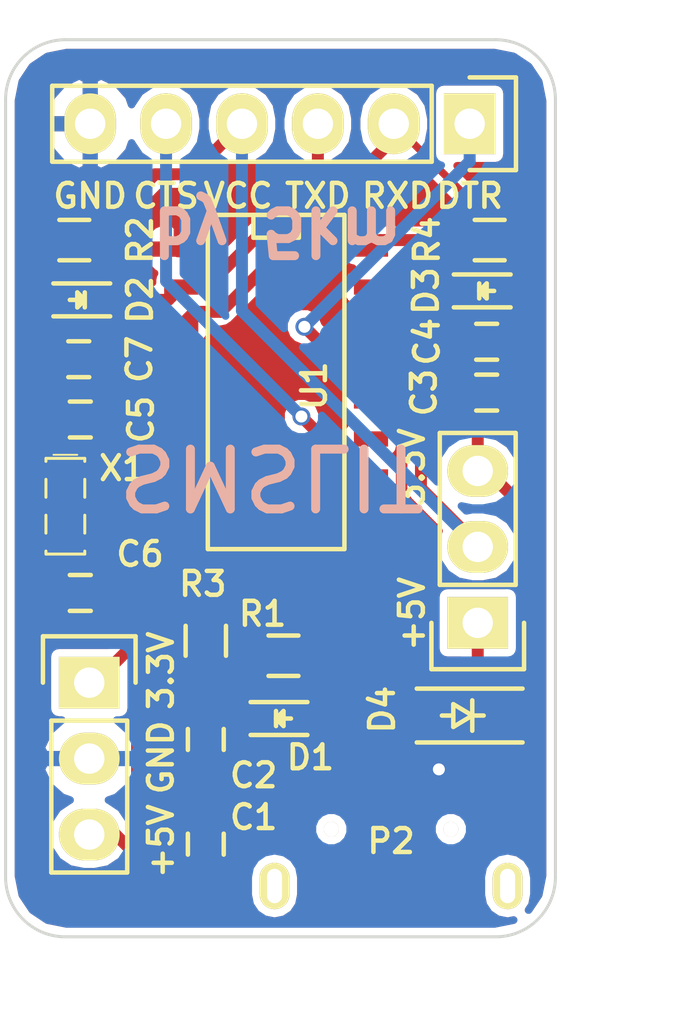
<source format=kicad_pcb>
(kicad_pcb (version 4) (host pcbnew 4.0.2-stable)

  (general
    (links 45)
    (no_connects 1)
    (area 135.549999 102.549999 154.050001 132.650001)
    (thickness 1.6)
    (drawings 23)
    (tracks 132)
    (zones 0)
    (modules 21)
    (nets 24)
  )

  (page A4)
  (title_block
    (title USB2TTL-CH340G)
    (date 2016-06-03)
    (rev v0.2)
    (company SMSLIT)
    (comment 1 "Author: 5km")
  )

  (layers
    (0 F.Cu signal)
    (31 B.Cu signal)
    (32 B.Adhes user)
    (33 F.Adhes user)
    (34 B.Paste user)
    (35 F.Paste user)
    (36 B.SilkS user)
    (37 F.SilkS user)
    (38 B.Mask user)
    (39 F.Mask user)
    (40 Dwgs.User user)
    (41 Cmts.User user)
    (42 Eco1.User user)
    (43 Eco2.User user)
    (44 Edge.Cuts user)
    (45 Margin user)
    (46 B.CrtYd user)
    (47 F.CrtYd user)
    (48 B.Fab user)
    (49 F.Fab user)
  )

  (setup
    (last_trace_width 0.25)
    (user_trace_width 0.25)
    (user_trace_width 0.4)
    (trace_clearance 0.2)
    (zone_clearance 0.254)
    (zone_45_only yes)
    (trace_min 0.25)
    (segment_width 0.2)
    (edge_width 0.1)
    (via_size 0.6)
    (via_drill 0.4)
    (via_min_size 0.4)
    (via_min_drill 0.3)
    (uvia_size 0.3)
    (uvia_drill 0.1)
    (uvias_allowed no)
    (uvia_min_size 0.2)
    (uvia_min_drill 0.1)
    (pcb_text_width 0.3)
    (pcb_text_size 1 1)
    (mod_edge_width 0.15)
    (mod_text_size 0.8 0.8)
    (mod_text_width 0.15)
    (pad_size 0.5 0.5)
    (pad_drill 0.5)
    (pad_to_mask_clearance 0)
    (aux_axis_origin 135.6 102.6)
    (visible_elements FFFEFF7F)
    (pcbplotparams
      (layerselection 0x010f0_80000001)
      (usegerberextensions false)
      (excludeedgelayer true)
      (linewidth 0.100000)
      (plotframeref false)
      (viasonmask false)
      (mode 1)
      (useauxorigin true)
      (hpglpennumber 1)
      (hpglpenspeed 20)
      (hpglpendiameter 15)
      (hpglpenoverlay 2)
      (psnegative false)
      (psa4output false)
      (plotreference true)
      (plotvalue true)
      (plotinvisibletext false)
      (padsonsilk false)
      (subtractmaskfromsilk false)
      (outputformat 1)
      (mirror false)
      (drillshape 0)
      (scaleselection 1)
      (outputdirectory gerber/))
  )

  (net 0 "")
  (net 1 +5V)
  (net 2 GND)
  (net 3 "Net-(C5-Pad1)")
  (net 4 "Net-(C6-Pad1)")
  (net 5 "Net-(D1-Pad2)")
  (net 6 "Net-(D2-Pad2)")
  (net 7 /TXD)
  (net 8 "Net-(D3-Pad2)")
  (net 9 /RXD)
  (net 10 /DTR)
  (net 11 VCC)
  (net 12 /CTS)
  (net 13 "Net-(U1-Pad14)")
  (net 14 "Net-(U1-Pad12)")
  (net 15 "Net-(U1-Pad11)")
  (net 16 "Net-(U1-Pad10)")
  (net 17 "Net-(U1-Pad15)")
  (net 18 +3.3V)
  (net 19 "Net-(P2-Pad2)")
  (net 20 "Net-(P2-Pad3)")
  (net 21 "Net-(P2-Pad4)")
  (net 22 "Net-(P2-Pad6)")
  (net 23 "Net-(C7-Pad1)")

  (net_class Default "This is the default net class."
    (clearance 0.2)
    (trace_width 0.25)
    (via_dia 0.6)
    (via_drill 0.4)
    (uvia_dia 0.3)
    (uvia_drill 0.1)
    (add_net GND)
    (add_net "Net-(C7-Pad1)")
  )

  (net_class power ""
    (clearance 0.2)
    (trace_width 0.4)
    (via_dia 0.6)
    (via_drill 0.4)
    (uvia_dia 0.3)
    (uvia_drill 0.1)
    (add_net +3.3V)
    (add_net +5V)
    (add_net /CTS)
    (add_net /DTR)
    (add_net /RXD)
    (add_net /TXD)
    (add_net "Net-(C5-Pad1)")
    (add_net "Net-(C6-Pad1)")
    (add_net "Net-(D1-Pad2)")
    (add_net "Net-(D2-Pad2)")
    (add_net "Net-(D3-Pad2)")
    (add_net "Net-(P2-Pad2)")
    (add_net "Net-(P2-Pad3)")
    (add_net "Net-(P2-Pad4)")
    (add_net "Net-(P2-Pad6)")
    (add_net "Net-(U1-Pad10)")
    (add_net "Net-(U1-Pad11)")
    (add_net "Net-(U1-Pad12)")
    (add_net "Net-(U1-Pad14)")
    (add_net "Net-(U1-Pad15)")
    (add_net VCC)
  )

  (module Diodes_SMD:SOD-123 (layer F.Cu) (tedit 575D6308) (tstamp 57511C1A)
    (at 150.9 125.2 180)
    (descr SOD-123)
    (tags SOD-123)
    (path /575014DA)
    (attr smd)
    (fp_text reference D4 (at 2.7 0.2 450) (layer F.SilkS)
      (effects (font (size 0.8 0.8) (thickness 0.15)))
    )
    (fp_text value 3V3 (at -2.286 -1.778 180) (layer F.Fab)
      (effects (font (size 0.8 0.8) (thickness 0.15)))
    )
    (fp_line (start 0.3175 0) (end 0.6985 0) (layer F.SilkS) (width 0.15))
    (fp_line (start -0.6985 0) (end -0.3175 0) (layer F.SilkS) (width 0.15))
    (fp_line (start -0.3175 0) (end 0.3175 -0.381) (layer F.SilkS) (width 0.15))
    (fp_line (start 0.3175 -0.381) (end 0.3175 0.381) (layer F.SilkS) (width 0.15))
    (fp_line (start 0.3175 0.381) (end -0.3175 0) (layer F.SilkS) (width 0.15))
    (fp_line (start -0.3175 -0.508) (end -0.3175 0.508) (layer F.SilkS) (width 0.15))
    (fp_line (start -2.25 -1.05) (end 2.25 -1.05) (layer F.CrtYd) (width 0.05))
    (fp_line (start 2.25 -1.05) (end 2.25 1.05) (layer F.CrtYd) (width 0.05))
    (fp_line (start 2.25 1.05) (end -2.25 1.05) (layer F.CrtYd) (width 0.05))
    (fp_line (start -2.25 -1.05) (end -2.25 1.05) (layer F.CrtYd) (width 0.05))
    (fp_line (start -2 0.9) (end 1.54 0.9) (layer F.SilkS) (width 0.15))
    (fp_line (start -2 -0.9) (end 1.54 -0.9) (layer F.SilkS) (width 0.15))
    (pad 1 smd rect (at -1.635 0 180) (size 0.91 1.22) (layers F.Cu F.Paste F.Mask)
      (net 18 +3.3V))
    (pad 2 smd rect (at 1.635 0 180) (size 0.91 1.22) (layers F.Cu F.Paste F.Mask)
      (net 2 GND))
  )

  (module Pin_Headers:Pin_Header_Straight_1x03 (layer F.Cu) (tedit 575D641B) (tstamp 57511C21)
    (at 138.4 124.1)
    (descr "Through hole pin header")
    (tags "pin header")
    (path /57507C87)
    (fp_text reference P1 (at -0.127 7.239) (layer F.SilkS) hide
      (effects (font (size 0.8 0.8) (thickness 0.15)))
    )
    (fp_text value PWR (at 1.778 3.175 270) (layer F.Fab)
      (effects (font (size 0.8 0.8) (thickness 0.15)))
    )
    (fp_line (start -1.75 -1.75) (end -1.75 6.85) (layer F.CrtYd) (width 0.05))
    (fp_line (start 1.75 -1.75) (end 1.75 6.85) (layer F.CrtYd) (width 0.05))
    (fp_line (start -1.75 -1.75) (end 1.75 -1.75) (layer F.CrtYd) (width 0.05))
    (fp_line (start -1.75 6.85) (end 1.75 6.85) (layer F.CrtYd) (width 0.05))
    (fp_line (start -1.27 1.27) (end -1.27 6.35) (layer F.SilkS) (width 0.15))
    (fp_line (start -1.27 6.35) (end 1.27 6.35) (layer F.SilkS) (width 0.15))
    (fp_line (start 1.27 6.35) (end 1.27 1.27) (layer F.SilkS) (width 0.15))
    (fp_line (start 1.55 -1.55) (end 1.55 0) (layer F.SilkS) (width 0.15))
    (fp_line (start 1.27 1.27) (end -1.27 1.27) (layer F.SilkS) (width 0.15))
    (fp_line (start -1.55 0) (end -1.55 -1.55) (layer F.SilkS) (width 0.15))
    (fp_line (start -1.55 -1.55) (end 1.55 -1.55) (layer F.SilkS) (width 0.15))
    (pad 1 thru_hole rect (at 0 0) (size 2.032 1.7272) (drill 1.016) (layers *.Cu *.Mask F.SilkS)
      (net 1 +5V))
    (pad 2 thru_hole oval (at 0 2.54) (size 2.032 1.7272) (drill 1.016) (layers *.Cu *.Mask F.SilkS)
      (net 2 GND))
    (pad 3 thru_hole oval (at 0 5.08) (size 2.032 1.7272) (drill 1.016) (layers *.Cu *.Mask F.SilkS)
      (net 18 +3.3V))
    (model Pin_Headers.3dshapes/Pin_Header_Straight_1x03.wrl
      (at (xyz 0 -0.1 0))
      (scale (xyz 1 1 1))
      (rotate (xyz 0 0 90))
    )
  )

  (module Pin_Headers:Pin_Header_Straight_1x06 locked (layer F.Cu) (tedit 575D56BD) (tstamp 57511C48)
    (at 151.13 105.41 270)
    (descr "Through hole pin header")
    (tags "pin header")
    (path /57500C21)
    (fp_text reference P4 (at 2.032 14.351 270) (layer F.SilkS) hide
      (effects (font (size 0.8 0.8) (thickness 0.15)))
    )
    (fp_text value CONN_01X06 (at -0.127 14.986 270) (layer F.Fab)
      (effects (font (size 0.8 0.8) (thickness 0.15)))
    )
    (fp_line (start -1.75 -1.75) (end -1.75 14.45) (layer F.CrtYd) (width 0.05))
    (fp_line (start 1.75 -1.75) (end 1.75 14.45) (layer F.CrtYd) (width 0.05))
    (fp_line (start -1.75 -1.75) (end 1.75 -1.75) (layer F.CrtYd) (width 0.05))
    (fp_line (start -1.75 14.45) (end 1.75 14.45) (layer F.CrtYd) (width 0.05))
    (fp_line (start 1.27 1.27) (end 1.27 13.97) (layer F.SilkS) (width 0.15))
    (fp_line (start 1.27 13.97) (end -1.27 13.97) (layer F.SilkS) (width 0.15))
    (fp_line (start -1.27 13.97) (end -1.27 1.27) (layer F.SilkS) (width 0.15))
    (fp_line (start 1.55 -1.55) (end 1.55 0) (layer F.SilkS) (width 0.15))
    (fp_line (start 1.27 1.27) (end -1.27 1.27) (layer F.SilkS) (width 0.15))
    (fp_line (start -1.55 0) (end -1.55 -1.55) (layer F.SilkS) (width 0.15))
    (fp_line (start -1.55 -1.55) (end 1.55 -1.55) (layer F.SilkS) (width 0.15))
    (pad 1 thru_hole rect (at 0 0 270) (size 2.032 1.7272) (drill 1.016) (layers *.Cu *.Mask F.SilkS)
      (net 10 /DTR))
    (pad 2 thru_hole oval (at 0 2.54 270) (size 2.032 1.7272) (drill 1.016) (layers *.Cu *.Mask F.SilkS)
      (net 9 /RXD))
    (pad 3 thru_hole oval (at 0 5.08 270) (size 2.032 1.7272) (drill 1.016) (layers *.Cu *.Mask F.SilkS)
      (net 7 /TXD))
    (pad 4 thru_hole oval (at 0 7.62 270) (size 2.032 1.7272) (drill 1.016) (layers *.Cu *.Mask F.SilkS)
      (net 11 VCC))
    (pad 5 thru_hole oval (at 0 10.16 270) (size 2.032 1.7272) (drill 1.016) (layers *.Cu *.Mask F.SilkS)
      (net 12 /CTS))
    (pad 6 thru_hole oval (at 0 12.7 270) (size 2.032 1.7272) (drill 1.016) (layers *.Cu *.Mask F.SilkS)
      (net 2 GND))
    (model Pin_Headers.3dshapes/Pin_Header_Straight_1x06.wrl
      (at (xyz 0 -0.25 0))
      (scale (xyz 1 1 1))
      (rotate (xyz 0 0 90))
    )
  )

  (module Resistors_SMD:R_0603 (layer F.Cu) (tedit 575D632E) (tstamp 57511C54)
    (at 144.9 123.2 180)
    (descr "Resistor SMD 0603, reflow soldering, Vishay (see dcrcw.pdf)")
    (tags "resistor 0603")
    (path /57500EE1)
    (attr smd)
    (fp_text reference R1 (at 0.7 1.4 360) (layer F.SilkS)
      (effects (font (size 0.8 0.8) (thickness 0.15)))
    )
    (fp_text value 4.7K (at 0 -1.524 180) (layer F.Fab)
      (effects (font (size 0.8 0.8) (thickness 0.15)))
    )
    (fp_line (start -1.3 -0.8) (end 1.3 -0.8) (layer F.CrtYd) (width 0.05))
    (fp_line (start -1.3 0.8) (end 1.3 0.8) (layer F.CrtYd) (width 0.05))
    (fp_line (start -1.3 -0.8) (end -1.3 0.8) (layer F.CrtYd) (width 0.05))
    (fp_line (start 1.3 -0.8) (end 1.3 0.8) (layer F.CrtYd) (width 0.05))
    (fp_line (start 0.5 0.675) (end -0.5 0.675) (layer F.SilkS) (width 0.15))
    (fp_line (start -0.5 -0.675) (end 0.5 -0.675) (layer F.SilkS) (width 0.15))
    (pad 1 smd rect (at -0.75 0 180) (size 0.5 0.9) (layers F.Cu F.Paste F.Mask)
      (net 5 "Net-(D1-Pad2)"))
    (pad 2 smd rect (at 0.75 0 180) (size 0.5 0.9) (layers F.Cu F.Paste F.Mask)
      (net 1 +5V))
    (model Resistors_SMD.3dshapes/R_0603.wrl
      (at (xyz 0 0 0))
      (scale (xyz 1 1 1))
      (rotate (xyz 0 0 0))
    )
  )

  (module Resistors_SMD:R_0603 (layer F.Cu) (tedit 575D7768) (tstamp 57511C60)
    (at 137.9 109.3 180)
    (descr "Resistor SMD 0603, reflow soldering, Vishay (see dcrcw.pdf)")
    (tags "resistor 0603")
    (path /57500F4B)
    (attr smd)
    (fp_text reference R2 (at -2.2 0 270) (layer F.SilkS)
      (effects (font (size 0.8 0.8) (thickness 0.15)))
    )
    (fp_text value 4.7K (at 0.127 1.397 180) (layer F.Fab)
      (effects (font (size 0.8 0.8) (thickness 0.15)))
    )
    (fp_line (start -1.3 -0.8) (end 1.3 -0.8) (layer F.CrtYd) (width 0.05))
    (fp_line (start -1.3 0.8) (end 1.3 0.8) (layer F.CrtYd) (width 0.05))
    (fp_line (start -1.3 -0.8) (end -1.3 0.8) (layer F.CrtYd) (width 0.05))
    (fp_line (start 1.3 -0.8) (end 1.3 0.8) (layer F.CrtYd) (width 0.05))
    (fp_line (start 0.5 0.675) (end -0.5 0.675) (layer F.SilkS) (width 0.15))
    (fp_line (start -0.5 -0.675) (end 0.5 -0.675) (layer F.SilkS) (width 0.15))
    (pad 1 smd rect (at -0.75 0 180) (size 0.5 0.9) (layers F.Cu F.Paste F.Mask)
      (net 11 VCC))
    (pad 2 smd rect (at 0.75 0 180) (size 0.5 0.9) (layers F.Cu F.Paste F.Mask)
      (net 6 "Net-(D2-Pad2)"))
    (model Resistors_SMD.3dshapes/R_0603.wrl
      (at (xyz 0 0 0))
      (scale (xyz 1 1 1))
      (rotate (xyz 0 0 0))
    )
  )

  (module Resistors_SMD:R_0603 (layer F.Cu) (tedit 575D83BD) (tstamp 57511C6C)
    (at 142.3 122.7 90)
    (descr "Resistor SMD 0603, reflow soldering, Vishay (see dcrcw.pdf)")
    (tags "resistor 0603")
    (path /57500E03)
    (attr smd)
    (fp_text reference R3 (at 1.9 -0.1 360) (layer F.SilkS)
      (effects (font (size 0.8 0.8) (thickness 0.15)))
    )
    (fp_text value 200 (at 0.254 -1.397 90) (layer F.Fab)
      (effects (font (size 0.8 0.8) (thickness 0.15)))
    )
    (fp_line (start -1.3 -0.8) (end 1.3 -0.8) (layer F.CrtYd) (width 0.05))
    (fp_line (start -1.3 0.8) (end 1.3 0.8) (layer F.CrtYd) (width 0.05))
    (fp_line (start -1.3 -0.8) (end -1.3 0.8) (layer F.CrtYd) (width 0.05))
    (fp_line (start 1.3 -0.8) (end 1.3 0.8) (layer F.CrtYd) (width 0.05))
    (fp_line (start 0.5 0.675) (end -0.5 0.675) (layer F.SilkS) (width 0.15))
    (fp_line (start -0.5 -0.675) (end 0.5 -0.675) (layer F.SilkS) (width 0.15))
    (pad 1 smd rect (at -0.75 0 90) (size 0.5 0.9) (layers F.Cu F.Paste F.Mask)
      (net 18 +3.3V))
    (pad 2 smd rect (at 0.75 0 90) (size 0.5 0.9) (layers F.Cu F.Paste F.Mask)
      (net 1 +5V))
    (model Resistors_SMD.3dshapes/R_0603.wrl
      (at (xyz 0 0 0))
      (scale (xyz 1 1 1))
      (rotate (xyz 0 0 0))
    )
  )

  (module Resistors_SMD:R_0603 (layer F.Cu) (tedit 575D653C) (tstamp 57511C78)
    (at 151.8 109.3)
    (descr "Resistor SMD 0603, reflow soldering, Vishay (see dcrcw.pdf)")
    (tags "resistor 0603")
    (path /57500F93)
    (attr smd)
    (fp_text reference R4 (at -2.1 0 270) (layer F.SilkS)
      (effects (font (size 0.8 0.8) (thickness 0.15)))
    )
    (fp_text value 4.7K (at 0 -1.524) (layer F.Fab)
      (effects (font (size 0.8 0.8) (thickness 0.15)))
    )
    (fp_line (start -1.3 -0.8) (end 1.3 -0.8) (layer F.CrtYd) (width 0.05))
    (fp_line (start -1.3 0.8) (end 1.3 0.8) (layer F.CrtYd) (width 0.05))
    (fp_line (start -1.3 -0.8) (end -1.3 0.8) (layer F.CrtYd) (width 0.05))
    (fp_line (start 1.3 -0.8) (end 1.3 0.8) (layer F.CrtYd) (width 0.05))
    (fp_line (start 0.5 0.675) (end -0.5 0.675) (layer F.SilkS) (width 0.15))
    (fp_line (start -0.5 -0.675) (end 0.5 -0.675) (layer F.SilkS) (width 0.15))
    (pad 1 smd rect (at -0.75 0) (size 0.5 0.9) (layers F.Cu F.Paste F.Mask)
      (net 11 VCC))
    (pad 2 smd rect (at 0.75 0) (size 0.5 0.9) (layers F.Cu F.Paste F.Mask)
      (net 8 "Net-(D3-Pad2)"))
    (model Resistors_SMD.3dshapes/R_0603.wrl
      (at (xyz 0 0 0))
      (scale (xyz 1 1 1))
      (rotate (xyz 0 0 0))
    )
  )

  (module SMD_Packages:SO-16-N (layer F.Cu) (tedit 0) (tstamp 57511C93)
    (at 144.653 114.046 270)
    (descr "Module CMS SOJ 16 pins large")
    (tags "CMS SOJ")
    (path /57504C18)
    (attr smd)
    (fp_text reference U1 (at 0.127 -1.27 270) (layer F.SilkS)
      (effects (font (size 0.8 0.8) (thickness 0.15)))
    )
    (fp_text value CH340G (at 0 1.27 270) (layer F.Fab)
      (effects (font (size 0.8 0.8) (thickness 0.15)))
    )
    (fp_line (start -5.588 -0.762) (end -4.826 -0.762) (layer F.SilkS) (width 0.15))
    (fp_line (start -4.826 -0.762) (end -4.826 0.762) (layer F.SilkS) (width 0.15))
    (fp_line (start -4.826 0.762) (end -5.588 0.762) (layer F.SilkS) (width 0.15))
    (fp_line (start 5.588 -2.286) (end 5.588 2.286) (layer F.SilkS) (width 0.15))
    (fp_line (start 5.588 2.286) (end -5.588 2.286) (layer F.SilkS) (width 0.15))
    (fp_line (start -5.588 2.286) (end -5.588 -2.286) (layer F.SilkS) (width 0.15))
    (fp_line (start -5.588 -2.286) (end 5.588 -2.286) (layer F.SilkS) (width 0.15))
    (pad 16 smd rect (at -4.445 -3.175 270) (size 0.508 1.143) (layers F.Cu F.Paste F.Mask)
      (net 11 VCC))
    (pad 14 smd rect (at -1.905 -3.175 270) (size 0.508 1.143) (layers F.Cu F.Paste F.Mask)
      (net 13 "Net-(U1-Pad14)"))
    (pad 13 smd rect (at -0.635 -3.175 270) (size 0.508 1.143) (layers F.Cu F.Paste F.Mask)
      (net 10 /DTR))
    (pad 12 smd rect (at 0.635 -3.175 270) (size 0.508 1.143) (layers F.Cu F.Paste F.Mask)
      (net 14 "Net-(U1-Pad12)"))
    (pad 11 smd rect (at 1.905 -3.175 270) (size 0.508 1.143) (layers F.Cu F.Paste F.Mask)
      (net 15 "Net-(U1-Pad11)"))
    (pad 10 smd rect (at 3.175 -3.175 270) (size 0.508 1.143) (layers F.Cu F.Paste F.Mask)
      (net 16 "Net-(U1-Pad10)"))
    (pad 9 smd rect (at 4.445 -3.175 270) (size 0.508 1.143) (layers F.Cu F.Paste F.Mask)
      (net 12 /CTS))
    (pad 8 smd rect (at 4.445 3.175 270) (size 0.508 1.143) (layers F.Cu F.Paste F.Mask)
      (net 4 "Net-(C6-Pad1)"))
    (pad 7 smd rect (at 3.175 3.175 270) (size 0.508 1.143) (layers F.Cu F.Paste F.Mask)
      (net 3 "Net-(C5-Pad1)"))
    (pad 6 smd rect (at 1.905 3.175 270) (size 0.508 1.143) (layers F.Cu F.Paste F.Mask)
      (net 19 "Net-(P2-Pad2)"))
    (pad 5 smd rect (at 0.635 3.175 270) (size 0.508 1.143) (layers F.Cu F.Paste F.Mask)
      (net 20 "Net-(P2-Pad3)"))
    (pad 4 smd rect (at -0.635 3.175 270) (size 0.508 1.143) (layers F.Cu F.Paste F.Mask)
      (net 23 "Net-(C7-Pad1)"))
    (pad 3 smd rect (at -1.905 3.175 270) (size 0.508 1.143) (layers F.Cu F.Paste F.Mask)
      (net 9 /RXD))
    (pad 2 smd rect (at -3.175 3.175 270) (size 0.508 1.143) (layers F.Cu F.Paste F.Mask)
      (net 7 /TXD))
    (pad 1 smd rect (at -4.445 3.175 270) (size 0.508 1.143) (layers F.Cu F.Paste F.Mask)
      (net 2 GND))
    (pad 15 smd rect (at -3.175 -3.175 270) (size 0.508 1.143) (layers F.Cu F.Paste F.Mask)
      (net 17 "Net-(U1-Pad15)"))
    (model SMD_Packages.3dshapes/SO-16-N.wrl
      (at (xyz 0 0 0))
      (scale (xyz 0.5 0.4 0.5))
      (rotate (xyz 0 0 0))
    )
  )

  (module Pin_Headers:Pin_Header_Straight_1x03 (layer F.Cu) (tedit 575D5750) (tstamp 575175E1)
    (at 151.4 122.1 180)
    (descr "Through hole pin header")
    (tags "pin header")
    (path /5750B4CF)
    (fp_text reference P3 (at -0.635 7.366 180) (layer F.SilkS) hide
      (effects (font (size 0.8 0.8) (thickness 0.15)))
    )
    (fp_text value PWR_SEL (at -1.905 3.81 450) (layer F.Fab)
      (effects (font (size 0.8 0.8) (thickness 0.15)))
    )
    (fp_line (start -1.75 -1.75) (end -1.75 6.85) (layer F.CrtYd) (width 0.05))
    (fp_line (start 1.75 -1.75) (end 1.75 6.85) (layer F.CrtYd) (width 0.05))
    (fp_line (start -1.75 -1.75) (end 1.75 -1.75) (layer F.CrtYd) (width 0.05))
    (fp_line (start -1.75 6.85) (end 1.75 6.85) (layer F.CrtYd) (width 0.05))
    (fp_line (start -1.27 1.27) (end -1.27 6.35) (layer F.SilkS) (width 0.15))
    (fp_line (start -1.27 6.35) (end 1.27 6.35) (layer F.SilkS) (width 0.15))
    (fp_line (start 1.27 6.35) (end 1.27 1.27) (layer F.SilkS) (width 0.15))
    (fp_line (start 1.55 -1.55) (end 1.55 0) (layer F.SilkS) (width 0.15))
    (fp_line (start 1.27 1.27) (end -1.27 1.27) (layer F.SilkS) (width 0.15))
    (fp_line (start -1.55 0) (end -1.55 -1.55) (layer F.SilkS) (width 0.15))
    (fp_line (start -1.55 -1.55) (end 1.55 -1.55) (layer F.SilkS) (width 0.15))
    (pad 1 thru_hole rect (at 0 0 180) (size 2.032 1.7272) (drill 1.016) (layers *.Cu *.Mask F.SilkS)
      (net 1 +5V))
    (pad 2 thru_hole oval (at 0 2.54 180) (size 2.032 1.7272) (drill 1.016) (layers *.Cu *.Mask F.SilkS)
      (net 11 VCC))
    (pad 3 thru_hole oval (at 0 5.08 180) (size 2.032 1.7272) (drill 1.016) (layers *.Cu *.Mask F.SilkS)
      (net 18 +3.3V))
    (model Pin_Headers.3dshapes/Pin_Header_Straight_1x03.wrl
      (at (xyz 0 -0.1 0))
      (scale (xyz 1 1 1))
      (rotate (xyz 0 0 90))
    )
  )

  (module Crystals:Resonator_3.2x1.5mm (layer F.Cu) (tedit 575D36A7) (tstamp 575175FC)
    (at 137.6 118.2 270)
    (path /5750E302)
    (fp_text reference X1 (at -1.27 -1.905 360) (layer F.SilkS)
      (effects (font (size 0.8 0.8) (thickness 0.15)))
    )
    (fp_text value CRYSTAL_SMD (at -0.762 -1.651 270) (layer F.Fab)
      (effects (font (size 0.8 0.8) (thickness 0.15)))
    )
    (fp_line (start -1.8 -1) (end -1.8 1) (layer F.CrtYd) (width 0.02))
    (fp_line (start 1.8 -1) (end 1.8 1) (layer F.CrtYd) (width 0.02))
    (fp_line (start -1.8 1) (end 1.8 1) (layer F.CrtYd) (width 0.02))
    (fp_line (start -1.8 -1) (end 1.8 -1) (layer F.CrtYd) (width 0.02))
    (fp_line (start -1.5 0.65) (end -1.6 0.65) (layer F.SilkS) (width 0.1))
    (fp_line (start -1.5 -0.65) (end -1.6 -0.65) (layer F.SilkS) (width 0.1))
    (fp_line (start 1.5 0.65) (end 1.6 0.65) (layer F.SilkS) (width 0.1))
    (fp_line (start 1.5 -0.65) (end 1.6 -0.65) (layer F.SilkS) (width 0.1))
    (fp_line (start 0.9 -0.65) (end 0.3 -0.65) (layer F.SilkS) (width 0.1))
    (fp_line (start 0.9 0.65) (end 0.3 0.65) (layer F.SilkS) (width 0.1))
    (fp_line (start -0.3 0.65) (end -0.9 0.65) (layer F.SilkS) (width 0.1))
    (fp_line (start -0.3 -0.65) (end -0.9 -0.65) (layer F.SilkS) (width 0.1))
    (fp_line (start -1.72 -0.4) (end -1.72 0.4) (layer F.SilkS) (width 0.06))
    (fp_line (start -1.6 -0.65) (end -1.6 0.65) (layer F.SilkS) (width 0.1))
    (fp_line (start 1.6 -0.65) (end 1.6 0.65) (layer F.SilkS) (width 0.1))
    (pad 2 smd rect (at 1.2 0 270) (size 0.5 1.6) (layers F.Cu F.Paste F.Mask)
      (net 4 "Net-(C6-Pad1)"))
    (pad 3 smd rect (at 0 0 270) (size 0.5 1.6) (layers F.Cu F.Paste F.Mask)
      (net 2 GND))
    (pad 1 smd rect (at -1.2 0 270) (size 0.5 1.6) (layers F.Cu F.Paste F.Mask)
      (net 3 "Net-(C5-Pad1)"))
  )

  (module LEDs:LED_0603 (layer F.Cu) (tedit 575D8399) (tstamp 575D25E7)
    (at 144.9 125.3)
    (descr "LED 0603 smd package")
    (tags "LED led 0603 SMD smd SMT smt smdled SMDLED smtled SMTLED")
    (path /5750111E)
    (attr smd)
    (fp_text reference D1 (at 0.9 1.3) (layer F.SilkS)
      (effects (font (size 0.8 0.8) (thickness 0.15)))
    )
    (fp_text value PWR (at 0 1.5) (layer F.Fab)
      (effects (font (size 0.8 0.8) (thickness 0.15)))
    )
    (fp_line (start -1.1 0.55) (end 0.8 0.55) (layer F.SilkS) (width 0.15))
    (fp_line (start -1.1 -0.55) (end 0.8 -0.55) (layer F.SilkS) (width 0.15))
    (fp_line (start -0.2 0) (end 0.25 0) (layer F.SilkS) (width 0.15))
    (fp_line (start -0.25 -0.25) (end -0.25 0.25) (layer F.SilkS) (width 0.15))
    (fp_line (start -0.25 0) (end 0 -0.25) (layer F.SilkS) (width 0.15))
    (fp_line (start 0 -0.25) (end 0 0.25) (layer F.SilkS) (width 0.15))
    (fp_line (start 0 0.25) (end -0.25 0) (layer F.SilkS) (width 0.15))
    (fp_line (start 1.4 -0.75) (end 1.4 0.75) (layer F.CrtYd) (width 0.05))
    (fp_line (start 1.4 0.75) (end -1.4 0.75) (layer F.CrtYd) (width 0.05))
    (fp_line (start -1.4 0.75) (end -1.4 -0.75) (layer F.CrtYd) (width 0.05))
    (fp_line (start -1.4 -0.75) (end 1.4 -0.75) (layer F.CrtYd) (width 0.05))
    (pad 2 smd rect (at 0.7493 0 180) (size 0.79756 0.79756) (layers F.Cu F.Paste F.Mask)
      (net 5 "Net-(D1-Pad2)"))
    (pad 1 smd rect (at -0.7493 0 180) (size 0.79756 0.79756) (layers F.Cu F.Paste F.Mask)
      (net 2 GND))
    (model LEDs.3dshapes/LED_0603.wrl
      (at (xyz 0 0 0))
      (scale (xyz 1 1 1))
      (rotate (xyz 0 0 180))
    )
  )

  (module LEDs:LED_0603 (layer F.Cu) (tedit 575D7761) (tstamp 575D25ED)
    (at 138 111.3 180)
    (descr "LED 0603 smd package")
    (tags "LED led 0603 SMD smd SMT smt smdled SMDLED smtled SMTLED")
    (path /57501190)
    (attr smd)
    (fp_text reference D2 (at -2.1 0 270) (layer F.SilkS)
      (effects (font (size 0.8 0.8) (thickness 0.15)))
    )
    (fp_text value TXD (at 0 1.5 180) (layer F.Fab)
      (effects (font (size 0.8 0.8) (thickness 0.15)))
    )
    (fp_line (start -1.1 0.55) (end 0.8 0.55) (layer F.SilkS) (width 0.15))
    (fp_line (start -1.1 -0.55) (end 0.8 -0.55) (layer F.SilkS) (width 0.15))
    (fp_line (start -0.2 0) (end 0.25 0) (layer F.SilkS) (width 0.15))
    (fp_line (start -0.25 -0.25) (end -0.25 0.25) (layer F.SilkS) (width 0.15))
    (fp_line (start -0.25 0) (end 0 -0.25) (layer F.SilkS) (width 0.15))
    (fp_line (start 0 -0.25) (end 0 0.25) (layer F.SilkS) (width 0.15))
    (fp_line (start 0 0.25) (end -0.25 0) (layer F.SilkS) (width 0.15))
    (fp_line (start 1.4 -0.75) (end 1.4 0.75) (layer F.CrtYd) (width 0.05))
    (fp_line (start 1.4 0.75) (end -1.4 0.75) (layer F.CrtYd) (width 0.05))
    (fp_line (start -1.4 0.75) (end -1.4 -0.75) (layer F.CrtYd) (width 0.05))
    (fp_line (start -1.4 -0.75) (end 1.4 -0.75) (layer F.CrtYd) (width 0.05))
    (pad 2 smd rect (at 0.7493 0) (size 0.79756 0.79756) (layers F.Cu F.Paste F.Mask)
      (net 6 "Net-(D2-Pad2)"))
    (pad 1 smd rect (at -0.7493 0) (size 0.79756 0.79756) (layers F.Cu F.Paste F.Mask)
      (net 7 /TXD))
    (model LEDs.3dshapes/LED_0603.wrl
      (at (xyz 0 0 0))
      (scale (xyz 1 1 1))
      (rotate (xyz 0 0 180))
    )
  )

  (module LEDs:LED_0603 (layer F.Cu) (tedit 575D2C5B) (tstamp 575D25F3)
    (at 151.7 111)
    (descr "LED 0603 smd package")
    (tags "LED led 0603 SMD smd SMT smt smdled SMDLED smtled SMTLED")
    (path /575011CC)
    (attr smd)
    (fp_text reference D3 (at -2.032 0 90) (layer F.SilkS)
      (effects (font (size 0.8 0.8) (thickness 0.15)))
    )
    (fp_text value RXD (at 0 1.5) (layer F.Fab)
      (effects (font (size 0.8 0.8) (thickness 0.15)))
    )
    (fp_line (start -1.1 0.55) (end 0.8 0.55) (layer F.SilkS) (width 0.15))
    (fp_line (start -1.1 -0.55) (end 0.8 -0.55) (layer F.SilkS) (width 0.15))
    (fp_line (start -0.2 0) (end 0.25 0) (layer F.SilkS) (width 0.15))
    (fp_line (start -0.25 -0.25) (end -0.25 0.25) (layer F.SilkS) (width 0.15))
    (fp_line (start -0.25 0) (end 0 -0.25) (layer F.SilkS) (width 0.15))
    (fp_line (start 0 -0.25) (end 0 0.25) (layer F.SilkS) (width 0.15))
    (fp_line (start 0 0.25) (end -0.25 0) (layer F.SilkS) (width 0.15))
    (fp_line (start 1.4 -0.75) (end 1.4 0.75) (layer F.CrtYd) (width 0.05))
    (fp_line (start 1.4 0.75) (end -1.4 0.75) (layer F.CrtYd) (width 0.05))
    (fp_line (start -1.4 0.75) (end -1.4 -0.75) (layer F.CrtYd) (width 0.05))
    (fp_line (start -1.4 -0.75) (end 1.4 -0.75) (layer F.CrtYd) (width 0.05))
    (pad 2 smd rect (at 0.7493 0 180) (size 0.79756 0.79756) (layers F.Cu F.Paste F.Mask)
      (net 8 "Net-(D3-Pad2)"))
    (pad 1 smd rect (at -0.7493 0 180) (size 0.79756 0.79756) (layers F.Cu F.Paste F.Mask)
      (net 9 /RXD))
    (model LEDs.3dshapes/LED_0603.wrl
      (at (xyz 0 0 0))
      (scale (xyz 1 1 1))
      (rotate (xyz 0 0 180))
    )
  )

  (module Capacitors_SMD:C_0603 (layer F.Cu) (tedit 575D725F) (tstamp 575D27AC)
    (at 142.3 129.5 90)
    (descr "Capacitor SMD 0603, reflow soldering, AVX (see smccp.pdf)")
    (tags "capacitor 0603")
    (path /57500D41)
    (attr smd)
    (fp_text reference C1 (at 0.9 1.6 360) (layer F.SilkS)
      (effects (font (size 0.8 0.8) (thickness 0.15)))
    )
    (fp_text value 10uF (at 0 1.9 90) (layer F.Fab)
      (effects (font (size 0.8 0.8) (thickness 0.15)))
    )
    (fp_line (start -1.45 -0.75) (end 1.45 -0.75) (layer F.CrtYd) (width 0.05))
    (fp_line (start -1.45 0.75) (end 1.45 0.75) (layer F.CrtYd) (width 0.05))
    (fp_line (start -1.45 -0.75) (end -1.45 0.75) (layer F.CrtYd) (width 0.05))
    (fp_line (start 1.45 -0.75) (end 1.45 0.75) (layer F.CrtYd) (width 0.05))
    (fp_line (start -0.35 -0.6) (end 0.35 -0.6) (layer F.SilkS) (width 0.15))
    (fp_line (start 0.35 0.6) (end -0.35 0.6) (layer F.SilkS) (width 0.15))
    (pad 1 smd rect (at -0.75 0 90) (size 0.8 0.75) (layers F.Cu F.Paste F.Mask)
      (net 1 +5V))
    (pad 2 smd rect (at 0.75 0 90) (size 0.8 0.75) (layers F.Cu F.Paste F.Mask)
      (net 2 GND))
    (model Capacitors_SMD.3dshapes/C_0603.wrl
      (at (xyz 0 0 0))
      (scale (xyz 1 1 1))
      (rotate (xyz 0 0 0))
    )
  )

  (module Capacitors_SMD:C_0603 (layer F.Cu) (tedit 575D7265) (tstamp 575D27B7)
    (at 142.3 126 270)
    (descr "Capacitor SMD 0603, reflow soldering, AVX (see smccp.pdf)")
    (tags "capacitor 0603")
    (path /57500DBB)
    (attr smd)
    (fp_text reference C2 (at 1.2 -1.6 360) (layer F.SilkS)
      (effects (font (size 0.8 0.8) (thickness 0.15)))
    )
    (fp_text value 0.1uF (at 0 1.9 270) (layer F.Fab)
      (effects (font (size 0.8 0.8) (thickness 0.15)))
    )
    (fp_line (start -1.45 -0.75) (end 1.45 -0.75) (layer F.CrtYd) (width 0.05))
    (fp_line (start -1.45 0.75) (end 1.45 0.75) (layer F.CrtYd) (width 0.05))
    (fp_line (start -1.45 -0.75) (end -1.45 0.75) (layer F.CrtYd) (width 0.05))
    (fp_line (start 1.45 -0.75) (end 1.45 0.75) (layer F.CrtYd) (width 0.05))
    (fp_line (start -0.35 -0.6) (end 0.35 -0.6) (layer F.SilkS) (width 0.15))
    (fp_line (start 0.35 0.6) (end -0.35 0.6) (layer F.SilkS) (width 0.15))
    (pad 1 smd rect (at -0.75 0 270) (size 0.8 0.75) (layers F.Cu F.Paste F.Mask)
      (net 1 +5V))
    (pad 2 smd rect (at 0.75 0 270) (size 0.8 0.75) (layers F.Cu F.Paste F.Mask)
      (net 2 GND))
    (model Capacitors_SMD.3dshapes/C_0603.wrl
      (at (xyz 0 0 0))
      (scale (xyz 1 1 1))
      (rotate (xyz 0 0 0))
    )
  )

  (module Capacitors_SMD:C_0603 (layer F.Cu) (tedit 575D6544) (tstamp 575D27C2)
    (at 151.7 114.4)
    (descr "Capacitor SMD 0603, reflow soldering, AVX (see smccp.pdf)")
    (tags "capacitor 0603")
    (path /57500FCD)
    (attr smd)
    (fp_text reference C3 (at -2.1 0 90) (layer F.SilkS)
      (effects (font (size 0.8 0.8) (thickness 0.15)))
    )
    (fp_text value 0.1uF (at 0 1.9) (layer F.Fab)
      (effects (font (size 0.8 0.8) (thickness 0.15)))
    )
    (fp_line (start -1.45 -0.75) (end 1.45 -0.75) (layer F.CrtYd) (width 0.05))
    (fp_line (start -1.45 0.75) (end 1.45 0.75) (layer F.CrtYd) (width 0.05))
    (fp_line (start -1.45 -0.75) (end -1.45 0.75) (layer F.CrtYd) (width 0.05))
    (fp_line (start 1.45 -0.75) (end 1.45 0.75) (layer F.CrtYd) (width 0.05))
    (fp_line (start -0.35 -0.6) (end 0.35 -0.6) (layer F.SilkS) (width 0.15))
    (fp_line (start 0.35 0.6) (end -0.35 0.6) (layer F.SilkS) (width 0.15))
    (pad 1 smd rect (at -0.75 0) (size 0.8 0.75) (layers F.Cu F.Paste F.Mask)
      (net 18 +3.3V))
    (pad 2 smd rect (at 0.75 0) (size 0.8 0.75) (layers F.Cu F.Paste F.Mask)
      (net 2 GND))
    (model Capacitors_SMD.3dshapes/C_0603.wrl
      (at (xyz 0 0 0))
      (scale (xyz 1 1 1))
      (rotate (xyz 0 0 0))
    )
  )

  (module Capacitors_SMD:C_0603 (layer F.Cu) (tedit 575D6537) (tstamp 575D27CD)
    (at 151.7 112.7)
    (descr "Capacitor SMD 0603, reflow soldering, AVX (see smccp.pdf)")
    (tags "capacitor 0603")
    (path /57500D89)
    (attr smd)
    (fp_text reference C4 (at -2 0 90) (layer F.SilkS)
      (effects (font (size 0.8 0.8) (thickness 0.15)))
    )
    (fp_text value 10uF (at 0 1.9) (layer F.Fab)
      (effects (font (size 0.8 0.8) (thickness 0.15)))
    )
    (fp_line (start -1.45 -0.75) (end 1.45 -0.75) (layer F.CrtYd) (width 0.05))
    (fp_line (start -1.45 0.75) (end 1.45 0.75) (layer F.CrtYd) (width 0.05))
    (fp_line (start -1.45 -0.75) (end -1.45 0.75) (layer F.CrtYd) (width 0.05))
    (fp_line (start 1.45 -0.75) (end 1.45 0.75) (layer F.CrtYd) (width 0.05))
    (fp_line (start -0.35 -0.6) (end 0.35 -0.6) (layer F.SilkS) (width 0.15))
    (fp_line (start 0.35 0.6) (end -0.35 0.6) (layer F.SilkS) (width 0.15))
    (pad 1 smd rect (at -0.75 0) (size 0.8 0.75) (layers F.Cu F.Paste F.Mask)
      (net 18 +3.3V))
    (pad 2 smd rect (at 0.75 0) (size 0.8 0.75) (layers F.Cu F.Paste F.Mask)
      (net 2 GND))
    (model Capacitors_SMD.3dshapes/C_0603.wrl
      (at (xyz 0 0 0))
      (scale (xyz 1 1 1))
      (rotate (xyz 0 0 0))
    )
  )

  (module Capacitors_SMD:C_0603 (layer F.Cu) (tedit 575D3654) (tstamp 575D27D8)
    (at 138.1 115.3 180)
    (descr "Capacitor SMD 0603, reflow soldering, AVX (see smccp.pdf)")
    (tags "capacitor 0603")
    (path /57501211)
    (attr smd)
    (fp_text reference C5 (at -2.032 0 270) (layer F.SilkS)
      (effects (font (size 0.8 0.8) (thickness 0.15)))
    )
    (fp_text value 22pF (at 0 1.9 180) (layer F.Fab)
      (effects (font (size 0.8 0.8) (thickness 0.15)))
    )
    (fp_line (start -1.45 -0.75) (end 1.45 -0.75) (layer F.CrtYd) (width 0.05))
    (fp_line (start -1.45 0.75) (end 1.45 0.75) (layer F.CrtYd) (width 0.05))
    (fp_line (start -1.45 -0.75) (end -1.45 0.75) (layer F.CrtYd) (width 0.05))
    (fp_line (start 1.45 -0.75) (end 1.45 0.75) (layer F.CrtYd) (width 0.05))
    (fp_line (start -0.35 -0.6) (end 0.35 -0.6) (layer F.SilkS) (width 0.15))
    (fp_line (start 0.35 0.6) (end -0.35 0.6) (layer F.SilkS) (width 0.15))
    (pad 1 smd rect (at -0.75 0 180) (size 0.8 0.75) (layers F.Cu F.Paste F.Mask)
      (net 3 "Net-(C5-Pad1)"))
    (pad 2 smd rect (at 0.75 0 180) (size 0.8 0.75) (layers F.Cu F.Paste F.Mask)
      (net 2 GND))
    (model Capacitors_SMD.3dshapes/C_0603.wrl
      (at (xyz 0 0 0))
      (scale (xyz 1 1 1))
      (rotate (xyz 0 0 0))
    )
  )

  (module Capacitors_SMD:C_0603 (layer F.Cu) (tedit 575D7DBA) (tstamp 575D27E3)
    (at 138.1 121.1 180)
    (descr "Capacitor SMD 0603, reflow soldering, AVX (see smccp.pdf)")
    (tags "capacitor 0603")
    (path /57501276)
    (attr smd)
    (fp_text reference C6 (at -2 1.3 360) (layer F.SilkS)
      (effects (font (size 0.8 0.8) (thickness 0.15)))
    )
    (fp_text value 22pF (at 0 1.9 180) (layer F.Fab)
      (effects (font (size 0.8 0.8) (thickness 0.15)))
    )
    (fp_line (start -1.45 -0.75) (end 1.45 -0.75) (layer F.CrtYd) (width 0.05))
    (fp_line (start -1.45 0.75) (end 1.45 0.75) (layer F.CrtYd) (width 0.05))
    (fp_line (start -1.45 -0.75) (end -1.45 0.75) (layer F.CrtYd) (width 0.05))
    (fp_line (start 1.45 -0.75) (end 1.45 0.75) (layer F.CrtYd) (width 0.05))
    (fp_line (start -0.35 -0.6) (end 0.35 -0.6) (layer F.SilkS) (width 0.15))
    (fp_line (start 0.35 0.6) (end -0.35 0.6) (layer F.SilkS) (width 0.15))
    (pad 1 smd rect (at -0.75 0 180) (size 0.8 0.75) (layers F.Cu F.Paste F.Mask)
      (net 4 "Net-(C6-Pad1)"))
    (pad 2 smd rect (at 0.75 0 180) (size 0.8 0.75) (layers F.Cu F.Paste F.Mask)
      (net 2 GND))
    (model Capacitors_SMD.3dshapes/C_0603.wrl
      (at (xyz 0 0 0))
      (scale (xyz 1 1 1))
      (rotate (xyz 0 0 0))
    )
  )

  (module Capacitors_SMD:C_0603 (layer F.Cu) (tedit 575D2CEA) (tstamp 575D27EE)
    (at 138.049 113.284 180)
    (descr "Capacitor SMD 0603, reflow soldering, AVX (see smccp.pdf)")
    (tags "capacitor 0603")
    (path /575D2FE6)
    (attr smd)
    (fp_text reference C7 (at -2.032 0 270) (layer F.SilkS)
      (effects (font (size 0.8 0.8) (thickness 0.15)))
    )
    (fp_text value 0.01uF (at 0 1.9 180) (layer F.Fab)
      (effects (font (size 0.8 0.8) (thickness 0.15)))
    )
    (fp_line (start -1.45 -0.75) (end 1.45 -0.75) (layer F.CrtYd) (width 0.05))
    (fp_line (start -1.45 0.75) (end 1.45 0.75) (layer F.CrtYd) (width 0.05))
    (fp_line (start -1.45 -0.75) (end -1.45 0.75) (layer F.CrtYd) (width 0.05))
    (fp_line (start 1.45 -0.75) (end 1.45 0.75) (layer F.CrtYd) (width 0.05))
    (fp_line (start -0.35 -0.6) (end 0.35 -0.6) (layer F.SilkS) (width 0.15))
    (fp_line (start 0.35 0.6) (end -0.35 0.6) (layer F.SilkS) (width 0.15))
    (pad 1 smd rect (at -0.75 0 180) (size 0.8 0.75) (layers F.Cu F.Paste F.Mask)
      (net 23 "Net-(C7-Pad1)"))
    (pad 2 smd rect (at 0.75 0 180) (size 0.8 0.75) (layers F.Cu F.Paste F.Mask)
      (net 2 GND))
    (model Capacitors_SMD.3dshapes/C_0603.wrl
      (at (xyz 0 0 0))
      (scale (xyz 1 1 1))
      (rotate (xyz 0 0 0))
    )
  )

  (module myFootprints:USB_Micro-B-MK5 (layer F.Cu) (tedit 57677ABB) (tstamp 575175D5)
    (at 148.5 129.4)
    (descr "Micro USB Type B Receptacle")
    (tags "USB USB_B USB_micro USB_OTG")
    (path /5750F0F3)
    (attr smd)
    (fp_text reference P2 (at 0 0) (layer F.SilkS)
      (effects (font (size 0.8 0.8) (thickness 0.15)))
    )
    (fp_text value USB_OTG (at 0 1.778) (layer F.Fab)
      (effects (font (size 0.8 0.8) (thickness 0.15)))
    )
    (fp_line (start -4.6 -2.8) (end 4.6 -2.8) (layer F.CrtYd) (width 0.05))
    (fp_line (start 4.6 -2.8) (end 4.6 4.05) (layer F.CrtYd) (width 0.05))
    (fp_line (start 4.6 4.05) (end -4.6 4.05) (layer F.CrtYd) (width 0.05))
    (fp_line (start -4.6 4.05) (end -4.6 -2.8) (layer F.CrtYd) (width 0.05))
    (pad 1 smd rect (at -1.3009 -1.56254 90) (size 1.35 0.4) (layers F.Cu F.Paste F.Mask)
      (net 1 +5V))
    (pad 2 smd rect (at -0.6509 -1.56254 90) (size 1.35 0.4) (layers F.Cu F.Paste F.Mask)
      (net 19 "Net-(P2-Pad2)"))
    (pad 3 smd rect (at -0.0009 -1.56254 90) (size 1.35 0.4) (layers F.Cu F.Paste F.Mask)
      (net 20 "Net-(P2-Pad3)"))
    (pad 4 smd rect (at 0.6491 -1.56254 90) (size 1.35 0.4) (layers F.Cu F.Paste F.Mask)
      (net 21 "Net-(P2-Pad4)"))
    (pad 5 smd rect (at 1.2991 -1.56254 90) (size 1.35 0.4) (layers F.Cu F.Paste F.Mask)
      (net 2 GND))
    (pad 6 thru_hole oval (at -3.9 1.5 90) (size 1.55 1) (drill oval 1.15 0.5) (layers *.Cu *.Mask F.SilkS)
      (net 22 "Net-(P2-Pad6)"))
    (pad 6 thru_hole oval (at 3.9 1.5 90) (size 1.55 1) (drill oval 1.15 0.5) (layers *.Cu *.Mask F.SilkS)
      (net 22 "Net-(P2-Pad6)"))
    (pad "" thru_hole circle (at 2 -0.4) (size 0.5 0.5) (drill 0.5) (layers *.Cu *.Mask F.SilkS)
      (zone_connect 0))
    (pad "" thru_hole circle (at -2 -0.4) (size 0.5 0.5) (drill 0.5) (layers *.Cu *.Mask F.SilkS)
      (zone_connect 0))
  )

  (gr_text SMSLIT (at 144.5 117.2 180) (layer B.SilkS)
    (effects (font (size 2 2) (thickness 0.3)) (justify mirror))
  )
  (gr_text "by 5km" (at 144.7 109 180) (layer B.SilkS)
    (effects (font (size 1.5 1.5) (thickness 0.3)) (justify mirror))
  )
  (gr_text +5V (at 140.8 129.4 90) (layer F.SilkS)
    (effects (font (size 0.8 0.8) (thickness 0.15)))
  )
  (dimension 18.4 (width 0.25) (layer Dwgs.User)
    (gr_text "18.400 mm" (at 144.8 135.8) (layer Dwgs.User)
      (effects (font (size 1 1) (thickness 0.25)))
    )
    (feature1 (pts (xy 154 130.6) (xy 154 136.8)))
    (feature2 (pts (xy 135.6 130.6) (xy 135.6 136.8)))
    (crossbar (pts (xy 135.6 134.8) (xy 154 134.8)))
    (arrow1a (pts (xy 154 134.8) (xy 152.873496 135.386421)))
    (arrow1b (pts (xy 154 134.8) (xy 152.873496 134.213579)))
    (arrow2a (pts (xy 135.6 134.8) (xy 136.726504 135.386421)))
    (arrow2b (pts (xy 135.6 134.8) (xy 136.726504 134.213579)))
  )
  (dimension 29.9 (width 0.25) (layer Dwgs.User)
    (gr_text "29.900 mm" (at 157 117.55 270) (layer Dwgs.User)
      (effects (font (size 1 1) (thickness 0.25)))
    )
    (feature1 (pts (xy 152 132.5) (xy 158 132.5)))
    (feature2 (pts (xy 152 102.6) (xy 158 102.6)))
    (crossbar (pts (xy 156 102.6) (xy 156 132.5)))
    (arrow1a (pts (xy 156 132.5) (xy 155.413579 131.373496)))
    (arrow1b (pts (xy 156 132.5) (xy 156.586421 131.373496)))
    (arrow2a (pts (xy 156 102.6) (xy 155.413579 103.726504)))
    (arrow2b (pts (xy 156 102.6) (xy 156.586421 103.726504)))
  )
  (gr_line (start 137.6 102.6) (end 152 102.6) (angle 90) (layer Edge.Cuts) (width 0.1))
  (gr_line (start 135.6 130.6) (end 135.6 104.6) (angle 90) (layer Edge.Cuts) (width 0.1))
  (gr_line (start 152 132.6) (end 137.6 132.6) (angle 90) (layer Edge.Cuts) (width 0.1))
  (gr_line (start 154 104.6) (end 154 130.6) (angle 90) (layer Edge.Cuts) (width 0.1))
  (gr_arc (start 137.6 130.6) (end 137.6 132.6) (angle 90) (layer Edge.Cuts) (width 0.1))
  (gr_arc (start 152 130.6) (end 154 130.6) (angle 90) (layer Edge.Cuts) (width 0.1))
  (gr_arc (start 137.6 104.6) (end 135.6 104.6) (angle 90) (layer Edge.Cuts) (width 0.1))
  (gr_arc (start 152 104.6) (end 152 102.6) (angle 90) (layer Edge.Cuts) (width 0.1))
  (gr_text CTS (at 140.97 107.823) (layer F.SilkS)
    (effects (font (size 0.8 0.8) (thickness 0.15)))
  )
  (gr_text +5V (at 149.2 121.8 90) (layer F.SilkS)
    (effects (font (size 0.8 0.8) (thickness 0.15)))
  )
  (gr_text 3.3V (at 149.2 116.9 90) (layer F.SilkS)
    (effects (font (size 0.8 0.8) (thickness 0.15)))
  )
  (gr_text GND (at 140.8 126.6 90) (layer F.SilkS)
    (effects (font (size 0.8 0.8) (thickness 0.15)))
  )
  (gr_text 3.3V (at 140.8 123.7 90) (layer F.SilkS)
    (effects (font (size 0.8 0.8) (thickness 0.15)))
  )
  (gr_text DTR (at 151.13 107.823) (layer F.SilkS)
    (effects (font (size 0.8 0.8) (thickness 0.15)))
  )
  (gr_text RXD (at 148.717 107.823) (layer F.SilkS)
    (effects (font (size 0.8 0.8) (thickness 0.15)))
  )
  (gr_text TXD (at 146.05 107.823) (layer F.SilkS)
    (effects (font (size 0.8 0.8) (thickness 0.15)))
  )
  (gr_text VCC (at 143.383 107.823) (layer F.SilkS)
    (effects (font (size 0.8 0.8) (thickness 0.15)))
  )
  (gr_text GND (at 138.43 107.823) (layer F.SilkS)
    (effects (font (size 0.8 0.8) (thickness 0.15)))
  )

  (segment (start 144.76254 127.83746) (end 147.1991 127.83746) (width 0.4) (layer F.Cu) (net 1) (tstamp 5767788F))
  (segment (start 142.35 130.25) (end 144.76254 127.83746) (width 0.4) (layer F.Cu) (net 1) (tstamp 5767788C))
  (segment (start 142.3 130.25) (end 142.35 130.25) (width 0.4) (layer F.Cu) (net 1))
  (segment (start 147.1991 128.6) (end 147.1991 128.7991) (width 0.4) (layer F.Cu) (net 1))
  (segment (start 151.4 129.15147) (end 151.4 122.1) (width 0.4) (layer F.Cu) (net 1) (tstamp 5767787B))
  (segment (start 150.175735 130.375735) (end 151.4 129.15147) (width 0.4) (layer F.Cu) (net 1) (tstamp 57677872))
  (segment (start 148.775735 130.375735) (end 150.175735 130.375735) (width 0.4) (layer F.Cu) (net 1) (tstamp 5767786D))
  (segment (start 147.1991 128.7991) (end 148.775735 130.375735) (width 0.4) (layer F.Cu) (net 1) (tstamp 57677868))
  (segment (start 142.3 125.25) (end 142.3 125.05) (width 0.4) (layer F.Cu) (net 1))
  (segment (start 142.3 125.05) (end 144.15 123.2) (width 0.4) (layer F.Cu) (net 1) (tstamp 575D83E9))
  (segment (start 144.15 123.2) (end 143.55 123.2) (width 0.4) (layer F.Cu) (net 1))
  (segment (start 143.55 123.2) (end 142.3 121.95) (width 0.4) (layer F.Cu) (net 1) (tstamp 575D83E6))
  (segment (start 138.4 124.1) (end 138.6 124.1) (width 0.4) (layer F.Cu) (net 1))
  (segment (start 138.6 124.1) (end 140.75 121.95) (width 0.4) (layer F.Cu) (net 1) (tstamp 575D83E2))
  (segment (start 140.75 121.95) (end 142.3 121.95) (width 0.4) (layer F.Cu) (net 1) (tstamp 575D83E3))
  (segment (start 142.3 130.25) (end 142.3 130.2) (width 0.4) (layer F.Cu) (net 1))
  (segment (start 142.3 130.25) (end 142.25 130.25) (width 0.4) (layer F.Cu) (net 1))
  (segment (start 142.25 130.25) (end 141 129) (width 0.4) (layer F.Cu) (net 1) (tstamp 575D72EE))
  (segment (start 141 126.55) (end 142.3 125.25) (width 0.4) (layer F.Cu) (net 1) (tstamp 575D72F1))
  (segment (start 141 129) (end 141 126.55) (width 0.4) (layer F.Cu) (net 1) (tstamp 575D72EF))
  (segment (start 147.1991 128.6) (end 147.1991 127.83746) (width 0.4) (layer F.Cu) (net 1) (tstamp 575D7334))
  (segment (start 147.1991 127.83746) (end 147.1991 127.5991) (width 0.4) (layer F.Cu) (net 1))
  (segment (start 149.7991 127.83746) (end 149.7991 127.3009) (width 0.25) (layer F.Cu) (net 2))
  (segment (start 149.7991 127.3009) (end 150.1 127) (width 0.25) (layer F.Cu) (net 2) (tstamp 575D8306))
  (via (at 150.1 127) (size 0.6) (drill 0.4) (layers F.Cu B.Cu) (net 2))
  (segment (start 152.35 114.2) (end 152.45 114.3) (width 0.25) (layer F.Cu) (net 2) (tstamp 575D6C8E))
  (segment (start 137.299 115.249) (end 137.35 115.3) (width 0.25) (layer F.Cu) (net 2) (tstamp 575D6C7D))
  (segment (start 137.6 117) (end 141.257 117) (width 0.4) (layer F.Cu) (net 3))
  (segment (start 141.257 117) (end 141.478 117.221) (width 0.4) (layer F.Cu) (net 3) (tstamp 575D5C0D))
  (segment (start 138.85 115.3) (end 138.85 115.35) (width 0.4) (layer F.Cu) (net 3))
  (segment (start 138.85 115.35) (end 137.6 116.6) (width 0.4) (layer F.Cu) (net 3) (tstamp 575D5C07))
  (segment (start 137.6 116.6) (end 137.6 117) (width 0.4) (layer F.Cu) (net 3) (tstamp 575D5C0A))
  (segment (start 138.85 121.1) (end 138.85 119.4) (width 0.4) (layer F.Cu) (net 4))
  (segment (start 138.85 119.4) (end 138.9 119.4) (width 0.4) (layer F.Cu) (net 4) (tstamp 575D7E5D))
  (segment (start 141.478 118.491) (end 139.809 118.491) (width 0.4) (layer F.Cu) (net 4))
  (segment (start 138.9 119.4) (end 137.6 119.4) (width 0.4) (layer F.Cu) (net 4) (tstamp 575D5C19))
  (segment (start 139.809 118.491) (end 138.9 119.4) (width 0.4) (layer F.Cu) (net 4) (tstamp 575D5C15))
  (segment (start 145.65 123.2) (end 145.65 125.2993) (width 0.4) (layer F.Cu) (net 5))
  (segment (start 145.65 125.2993) (end 145.6493 125.3) (width 0.4) (layer F.Cu) (net 5) (tstamp 575D841C))
  (segment (start 145.55 125.2007) (end 145.6493 125.3) (width 0.4) (layer F.Cu) (net 5) (tstamp 575D67B6))
  (segment (start 137.15 109.3) (end 137.15 111.1993) (width 0.4) (layer F.Cu) (net 6))
  (segment (start 137.15 111.1993) (end 137.2507 111.3) (width 0.4) (layer F.Cu) (net 6) (tstamp 575D7E13))
  (segment (start 137.15 109.3) (end 137.15 109.15) (width 0.4) (layer F.Cu) (net 6))
  (segment (start 137.2507 111.3) (end 137.2507 111.2493) (width 0.4) (layer F.Cu) (net 6))
  (segment (start 137.15 111.1993) (end 137.2507 111.3) (width 0.4) (layer F.Cu) (net 6) (tstamp 575D75A2))
  (segment (start 138.7493 111.3) (end 141.049 111.3) (width 0.4) (layer F.Cu) (net 7))
  (segment (start 141.049 111.3) (end 141.478 110.871) (width 0.4) (layer F.Cu) (net 7) (tstamp 575D7E1C))
  (segment (start 146.05 105.41) (end 146.05 107.15) (width 0.4) (layer F.Cu) (net 7))
  (segment (start 142.329 110.871) (end 141.478 110.871) (width 0.4) (layer F.Cu) (net 7) (tstamp 575D5D52))
  (segment (start 146.05 107.15) (end 142.329 110.871) (width 0.4) (layer F.Cu) (net 7) (tstamp 575D5D4B))
  (segment (start 152.55 109.3) (end 152.55 110.8993) (width 0.25) (layer F.Cu) (net 8))
  (segment (start 152.55 110.8993) (end 152.4493 111) (width 0.25) (layer F.Cu) (net 8) (tstamp 575D758C))
  (segment (start 150.9507 111) (end 151 111) (width 0.25) (layer F.Cu) (net 9))
  (segment (start 151 111) (end 151.9 110.1) (width 0.25) (layer F.Cu) (net 9) (tstamp 575D7593))
  (segment (start 151.9 110.1) (end 151.9 108.72) (width 0.25) (layer F.Cu) (net 9) (tstamp 575D7594))
  (segment (start 151.9 108.72) (end 148.59 105.41) (width 0.25) (layer F.Cu) (net 9) (tstamp 575D7595))
  (segment (start 148.59 105.41) (end 148.59 105.91) (width 0.4) (layer F.Cu) (net 9))
  (segment (start 148.59 105.91) (end 142.8 111.7) (width 0.4) (layer F.Cu) (net 9) (tstamp 575D5D62))
  (segment (start 141.919 111.7) (end 141.478 112.141) (width 0.4) (layer F.Cu) (net 9) (tstamp 575D5D6B))
  (segment (start 142.8 111.7) (end 141.919 111.7) (width 0.4) (layer F.Cu) (net 9) (tstamp 575D5D69))
  (segment (start 148.59 105.99) (end 148.59 105.41) (width 0.4) (layer F.Cu) (net 9) (tstamp 575D5D5E))
  (segment (start 147.828 113.411) (end 146.811 113.411) (width 0.4) (layer F.Cu) (net 10))
  (segment (start 151.13 106.67) (end 151.13 105.41) (width 0.4) (layer B.Cu) (net 10) (tstamp 575D6F0B))
  (segment (start 145.6 112.2) (end 151.13 106.67) (width 0.4) (layer B.Cu) (net 10) (tstamp 575D6F0A))
  (via (at 145.6 112.2) (size 0.6) (drill 0.4) (layers F.Cu B.Cu) (net 10))
  (segment (start 146.811 113.411) (end 145.6 112.2) (width 0.4) (layer F.Cu) (net 10) (tstamp 575D6F04))
  (segment (start 151.13 105.97) (end 151.13 105.41) (width 0.4) (layer B.Cu) (net 10) (tstamp 575D6BE4))
  (segment (start 151.13 106.045) (end 151.13 105.41) (width 0.4) (layer B.Cu) (net 10) (tstamp 57538AF4) (status 30))
  (segment (start 151.4 119.56) (end 151.4 119.5) (width 0.4) (layer F.Cu) (net 11))
  (segment (start 151.4 119.5) (end 149.5 117.6) (width 0.4) (layer F.Cu) (net 11) (tstamp 575D7E23))
  (segment (start 149.5 117.6) (end 149.5 109.3) (width 0.4) (layer F.Cu) (net 11) (tstamp 575D7E24))
  (segment (start 143.51 105.41) (end 143.51 111.67) (width 0.4) (layer B.Cu) (net 11))
  (segment (start 143.51 111.67) (end 151.4 119.56) (width 0.4) (layer B.Cu) (net 11) (tstamp 575D7E1F))
  (segment (start 138.65 109.3) (end 138.65 109.05) (width 0.4) (layer F.Cu) (net 11))
  (segment (start 138.65 109.05) (end 140.6 107.1) (width 0.4) (layer F.Cu) (net 11) (tstamp 575D7E16))
  (segment (start 141.82 107.1) (end 143.51 105.41) (width 0.4) (layer F.Cu) (net 11) (tstamp 575D7E19))
  (segment (start 140.6 107.1) (end 141.82 107.1) (width 0.4) (layer F.Cu) (net 11) (tstamp 575D7E17))
  (segment (start 138.7493 109.3993) (end 138.65 109.3) (width 0.4) (layer F.Cu) (net 11) (tstamp 575D76C2))
  (segment (start 151.05 109.3) (end 149.5 109.3) (width 0.4) (layer F.Cu) (net 11))
  (segment (start 149.5 109.3) (end 148.129 109.3) (width 0.4) (layer F.Cu) (net 11) (tstamp 575D7E28))
  (segment (start 148.129 109.3) (end 147.828 109.601) (width 0.4) (layer F.Cu) (net 11) (tstamp 575D759C))
  (segment (start 151.4 119.56) (end 150.86 119.56) (width 0.4) (layer F.Cu) (net 11))
  (segment (start 140.97 110.67) (end 140.97 105.41) (width 0.4) (layer B.Cu) (net 12) (tstamp 575D8210))
  (segment (start 145.5 115.2) (end 140.97 110.67) (width 0.4) (layer B.Cu) (net 12) (tstamp 575D820F))
  (via (at 145.5 115.2) (size 0.6) (drill 0.4) (layers F.Cu B.Cu) (net 12))
  (segment (start 146.5 116.2) (end 145.5 115.2) (width 0.4) (layer F.Cu) (net 12) (tstamp 575D8209))
  (segment (start 146.5 117.7) (end 146.5 116.2) (width 0.4) (layer F.Cu) (net 12) (tstamp 575D8205))
  (segment (start 147.291 118.491) (end 146.5 117.7) (width 0.4) (layer F.Cu) (net 12) (tstamp 575D81FC))
  (segment (start 147.828 118.491) (end 147.291 118.491) (width 0.4) (layer F.Cu) (net 12))
  (segment (start 140 129.9) (end 140.1 129.9) (width 0.4) (layer F.Cu) (net 18))
  (segment (start 152.535 128.865) (end 152.535 125.2) (width 0.4) (layer F.Cu) (net 18) (tstamp 57677857))
  (segment (start 150.4 131) (end 152.535 128.865) (width 0.4) (layer F.Cu) (net 18) (tstamp 57677851))
  (segment (start 146.2 131) (end 150.4 131) (width 0.4) (layer F.Cu) (net 18) (tstamp 5767784F))
  (segment (start 145.6 130.4) (end 146.2 131) (width 0.4) (layer F.Cu) (net 18) (tstamp 5767784C))
  (segment (start 145.6 130.2) (end 145.6 130.4) (width 0.4) (layer F.Cu) (net 18) (tstamp 5767784B))
  (segment (start 145 129.6) (end 145.6 130.2) (width 0.4) (layer F.Cu) (net 18) (tstamp 57677849))
  (segment (start 144 129.6) (end 145 129.6) (width 0.4) (layer F.Cu) (net 18) (tstamp 57677848))
  (segment (start 143.6 130) (end 144 129.6) (width 0.4) (layer F.Cu) (net 18) (tstamp 57677846))
  (segment (start 143.6 130.6) (end 143.6 130) (width 0.4) (layer F.Cu) (net 18) (tstamp 57677844))
  (segment (start 143 131.2) (end 143.6 130.6) (width 0.4) (layer F.Cu) (net 18) (tstamp 57677842))
  (segment (start 141.4 131.2) (end 143 131.2) (width 0.4) (layer F.Cu) (net 18) (tstamp 57677840))
  (segment (start 140.1 129.9) (end 141.4 131.2) (width 0.4) (layer F.Cu) (net 18) (tstamp 5767783C))
  (segment (start 142.3 123.45) (end 142.3 123.5) (width 0.4) (layer F.Cu) (net 18))
  (segment (start 142.3 123.5) (end 140 125.8) (width 0.4) (layer F.Cu) (net 18) (tstamp 575D8402))
  (segment (start 140 125.8) (end 140 129.9) (width 0.4) (layer F.Cu) (net 18) (tstamp 575D8408))
  (segment (start 151.4 117.02) (end 151.4 114.85) (width 0.4) (layer F.Cu) (net 18))
  (segment (start 151.4 114.85) (end 150.95 114.4) (width 0.4) (layer F.Cu) (net 18) (tstamp 575D759F))
  (segment (start 150.95 114.4) (end 150.95 112.7) (width 0.25) (layer F.Cu) (net 18))
  (segment (start 151.4 117.02) (end 151.72 117.02) (width 0.4) (layer F.Cu) (net 18))
  (segment (start 151.72 117.02) (end 152.9 118.2) (width 0.4) (layer F.Cu) (net 18) (tstamp 575D72E1))
  (segment (start 152.9 118.2) (end 152.9 124.835) (width 0.4) (layer F.Cu) (net 18) (tstamp 575D72E2))
  (segment (start 152.9 124.835) (end 152.535 125.2) (width 0.4) (layer F.Cu) (net 18) (tstamp 575D72E4))
  (segment (start 138.4 129.18) (end 139.28 129.18) (width 0.4) (layer F.Cu) (net 18))
  (segment (start 139.28 129.18) (end 140 129.9) (width 0.4) (layer F.Cu) (net 18) (tstamp 575D72C6))
  (segment (start 150.95 112.8) (end 150.85 112.7) (width 0.4) (layer F.Cu) (net 18) (tstamp 575D68DB))
  (segment (start 141.478 115.951) (end 141.951 115.951) (width 0.4) (layer F.Cu) (net 19))
  (segment (start 141.951 115.951) (end 144.8 118.8) (width 0.4) (layer F.Cu) (net 19) (tstamp 575D69DC))
  (segment (start 144.8 118.8) (end 144.8 119.7) (width 0.4) (layer F.Cu) (net 19) (tstamp 575D69E4))
  (segment (start 144.8 119.7) (end 147 121.9) (width 0.4) (layer F.Cu) (net 19) (tstamp 575D69E8))
  (segment (start 147 121.9) (end 147 126) (width 0.4) (layer F.Cu) (net 19) (tstamp 575D69EA))
  (segment (start 147 126) (end 147.799102 126.799102) (width 0.4) (layer F.Cu) (net 19) (tstamp 575D69ED))
  (segment (start 147.799102 126.799102) (end 147.799102 127.83746) (width 0.4) (layer F.Cu) (net 19) (tstamp 575D69EE))
  (segment (start 147.799102 127.83746) (end 147.8491 127.83746) (width 0.4) (layer F.Cu) (net 19) (tstamp 575D69F0))
  (segment (start 141.478 114.681) (end 141.781 114.681) (width 0.4) (layer F.Cu) (net 20))
  (segment (start 141.781 114.681) (end 145.8 118.7) (width 0.4) (layer F.Cu) (net 20) (tstamp 575D69F1))
  (segment (start 145.8 118.7) (end 145.8 119.6) (width 0.4) (layer F.Cu) (net 20) (tstamp 575D69F6))
  (segment (start 145.8 119.6) (end 147.8 121.6) (width 0.4) (layer F.Cu) (net 20) (tstamp 575D69F8))
  (segment (start 147.8 121.6) (end 147.8 125.8) (width 0.4) (layer F.Cu) (net 20) (tstamp 575D69FF))
  (segment (start 147.8 125.8) (end 148.4991 126.4991) (width 0.4) (layer F.Cu) (net 20) (tstamp 575D6A06))
  (segment (start 148.4991 126.4991) (end 148.4991 127.83746) (width 0.4) (layer F.Cu) (net 20) (tstamp 575D6A09))
  (segment (start 138.799 113.284) (end 141.351 113.284) (width 0.25) (layer F.Cu) (net 23))
  (segment (start 141.351 113.284) (end 141.478 113.411) (width 0.25) (layer F.Cu) (net 23) (tstamp 575D5BF7))

  (zone (net 2) (net_name GND) (layer F.Cu) (tstamp 575D8080) (hatch edge 0.508)
    (connect_pads (clearance 0.254))
    (min_thickness 0.254)
    (fill yes (arc_segments 16) (thermal_gap 0.508) (thermal_bridge_width 0.508))
    (polygon
      (pts
        (xy 154 132.6) (xy 135.6 132.6) (xy 135.6 102.6) (xy 154 102.6) (xy 154 132.6)
      )
    )
    (filled_polygon
      (pts
        (xy 152.597197 103.158233) (xy 153.103479 103.496519) (xy 153.441766 104.002802) (xy 153.569 104.642452) (xy 153.569 130.557548)
        (xy 153.441766 131.197198) (xy 153.103479 131.703481) (xy 153.099403 131.706205) (xy 153.213938 131.534791) (xy 153.281 131.197647)
        (xy 153.281 130.602353) (xy 153.213938 130.265209) (xy 153.022961 129.979392) (xy 152.737144 129.788415) (xy 152.483663 129.737995)
        (xy 152.945829 129.275829) (xy 153.071774 129.087339) (xy 153.116 128.865) (xy 153.116 126.174755) (xy 153.13119 126.171897)
        (xy 153.260865 126.088454) (xy 153.347859 125.961134) (xy 153.378464 125.81) (xy 153.378464 125.144606) (xy 153.436774 125.057339)
        (xy 153.481 124.835) (xy 153.481 118.2) (xy 153.436774 117.977661) (xy 153.310829 117.789171) (xy 152.777464 117.255806)
        (xy 152.824369 117.02) (xy 152.729629 116.543712) (xy 152.459834 116.139935) (xy 152.056057 115.87014) (xy 151.981 115.85521)
        (xy 151.981 115.41) (xy 152.16425 115.41) (xy 152.323 115.25125) (xy 152.323 114.527) (xy 152.577 114.527)
        (xy 152.577 115.25125) (xy 152.73575 115.41) (xy 152.976309 115.41) (xy 153.209698 115.313327) (xy 153.388327 115.134699)
        (xy 153.485 114.90131) (xy 153.485 114.68575) (xy 153.32625 114.527) (xy 152.577 114.527) (xy 152.323 114.527)
        (xy 152.303 114.527) (xy 152.303 114.273) (xy 152.323 114.273) (xy 152.323 112.827) (xy 152.577 112.827)
        (xy 152.577 114.273) (xy 153.32625 114.273) (xy 153.485 114.11425) (xy 153.485 113.89869) (xy 153.388327 113.665301)
        (xy 153.273025 113.55) (xy 153.388327 113.434699) (xy 153.485 113.20131) (xy 153.485 112.98575) (xy 153.32625 112.827)
        (xy 152.577 112.827) (xy 152.323 112.827) (xy 152.303 112.827) (xy 152.303 112.573) (xy 152.323 112.573)
        (xy 152.323 112.553) (xy 152.577 112.553) (xy 152.577 112.573) (xy 153.32625 112.573) (xy 153.485 112.41425)
        (xy 153.485 112.19869) (xy 153.388327 111.965301) (xy 153.209698 111.786673) (xy 153.051016 111.720945) (xy 153.118945 111.677234)
        (xy 153.205939 111.549914) (xy 153.236544 111.39878) (xy 153.236544 110.60122) (xy 153.209977 110.46003) (xy 153.126534 110.330355)
        (xy 153.056 110.282161) (xy 153.056 110.038019) (xy 153.070865 110.028454) (xy 153.157859 109.901134) (xy 153.188464 109.75)
        (xy 153.188464 108.85) (xy 153.161897 108.70881) (xy 153.078454 108.579135) (xy 152.951134 108.492141) (xy 152.8 108.461536)
        (xy 152.324168 108.461536) (xy 152.257796 108.362204) (xy 150.710056 106.814464) (xy 151.9936 106.814464) (xy 152.13479 106.787897)
        (xy 152.264465 106.704454) (xy 152.351459 106.577134) (xy 152.382064 106.426) (xy 152.382064 104.394) (xy 152.355497 104.25281)
        (xy 152.272054 104.123135) (xy 152.144734 104.036141) (xy 151.9936 104.005536) (xy 150.2664 104.005536) (xy 150.12521 104.032103)
        (xy 149.995535 104.115546) (xy 149.908541 104.242866) (xy 149.877936 104.394) (xy 149.877936 105.982344) (xy 149.776657 105.881065)
        (xy 149.8346 105.589769) (xy 149.8346 105.230231) (xy 149.73986 104.753943) (xy 149.470065 104.350166) (xy 149.066288 104.080371)
        (xy 148.59 103.985631) (xy 148.113712 104.080371) (xy 147.709935 104.350166) (xy 147.44014 104.753943) (xy 147.3454 105.230231)
        (xy 147.3454 105.589769) (xy 147.44014 106.066057) (xy 147.509092 106.16925) (xy 146.631 107.047342) (xy 146.631 106.669663)
        (xy 146.930065 106.469834) (xy 147.19986 106.066057) (xy 147.2946 105.589769) (xy 147.2946 105.230231) (xy 147.19986 104.753943)
        (xy 146.930065 104.350166) (xy 146.526288 104.080371) (xy 146.05 103.985631) (xy 145.573712 104.080371) (xy 145.169935 104.350166)
        (xy 144.90014 104.753943) (xy 144.8054 105.230231) (xy 144.8054 105.589769) (xy 144.90014 106.066057) (xy 145.169935 106.469834)
        (xy 145.469 106.669663) (xy 145.469 106.909342) (xy 142.588046 109.790296) (xy 142.52575 109.728) (xy 141.605 109.728)
        (xy 141.605 109.748) (xy 141.351 109.748) (xy 141.351 109.728) (xy 140.43025 109.728) (xy 140.2715 109.88675)
        (xy 140.2715 109.981309) (xy 140.368173 110.214698) (xy 140.546801 110.393327) (xy 140.586866 110.409922) (xy 140.548641 110.465866)
        (xy 140.518036 110.617) (xy 140.518036 110.719) (xy 139.483575 110.719) (xy 139.426534 110.630355) (xy 139.299214 110.543361)
        (xy 139.14808 110.512756) (xy 138.35052 110.512756) (xy 138.20933 110.539323) (xy 138.079655 110.622766) (xy 137.999004 110.740802)
        (xy 137.927934 110.630355) (xy 137.800614 110.543361) (xy 137.731 110.529264) (xy 137.731 109.940443) (xy 137.757859 109.901134)
        (xy 137.788464 109.75) (xy 137.788464 108.85) (xy 138.011536 108.85) (xy 138.011536 109.75) (xy 138.038103 109.89119)
        (xy 138.121546 110.020865) (xy 138.248866 110.107859) (xy 138.4 110.138464) (xy 138.9 110.138464) (xy 139.04119 110.111897)
        (xy 139.170865 110.028454) (xy 139.257859 109.901134) (xy 139.288464 109.75) (xy 139.288464 109.609624) (xy 139.3303 109.3993)
        (xy 139.2958 109.225858) (xy 139.300967 109.220691) (xy 140.2715 109.220691) (xy 140.2715 109.31525) (xy 140.43025 109.474)
        (xy 141.351 109.474) (xy 141.351 108.87075) (xy 141.605 108.87075) (xy 141.605 109.474) (xy 142.52575 109.474)
        (xy 142.6845 109.31525) (xy 142.6845 109.220691) (xy 142.587827 108.987302) (xy 142.409199 108.808673) (xy 142.17581 108.712)
        (xy 141.76375 108.712) (xy 141.605 108.87075) (xy 141.351 108.87075) (xy 141.19225 108.712) (xy 140.78019 108.712)
        (xy 140.546801 108.808673) (xy 140.368173 108.987302) (xy 140.2715 109.220691) (xy 139.300967 109.220691) (xy 140.840658 107.681)
        (xy 141.82 107.681) (xy 142.042339 107.636774) (xy 142.230829 107.510829) (xy 143.014719 106.726939) (xy 143.033712 106.739629)
        (xy 143.51 106.834369) (xy 143.986288 106.739629) (xy 144.390065 106.469834) (xy 144.65986 106.066057) (xy 144.7546 105.589769)
        (xy 144.7546 105.230231) (xy 144.65986 104.753943) (xy 144.390065 104.350166) (xy 143.986288 104.080371) (xy 143.51 103.985631)
        (xy 143.033712 104.080371) (xy 142.629935 104.350166) (xy 142.36014 104.753943) (xy 142.2654 105.230231) (xy 142.2654 105.589769)
        (xy 142.305745 105.792597) (xy 142.141605 105.956737) (xy 142.2146 105.589769) (xy 142.2146 105.230231) (xy 142.11986 104.753943)
        (xy 141.850065 104.350166) (xy 141.446288 104.080371) (xy 140.97 103.985631) (xy 140.493712 104.080371) (xy 140.089935 104.350166)
        (xy 139.82014 104.753943) (xy 139.817296 104.768243) (xy 139.721954 104.49568) (xy 139.332036 104.059268) (xy 138.804791 103.805291)
        (xy 138.789026 103.802642) (xy 138.557 103.923783) (xy 138.557 105.283) (xy 138.577 105.283) (xy 138.577 105.537)
        (xy 138.557 105.537) (xy 138.557 106.896217) (xy 138.789026 107.017358) (xy 138.804791 107.014709) (xy 139.332036 106.760732)
        (xy 139.721954 106.32432) (xy 139.817296 106.051757) (xy 139.82014 106.066057) (xy 140.089935 106.469834) (xy 140.303684 106.612656)
        (xy 140.189171 106.689171) (xy 138.416806 108.461536) (xy 138.4 108.461536) (xy 138.25881 108.488103) (xy 138.129135 108.571546)
        (xy 138.042141 108.698866) (xy 138.011536 108.85) (xy 137.788464 108.85) (xy 137.761897 108.70881) (xy 137.678454 108.579135)
        (xy 137.551134 108.492141) (xy 137.4 108.461536) (xy 136.9 108.461536) (xy 136.75881 108.488103) (xy 136.629135 108.571546)
        (xy 136.542141 108.698866) (xy 136.511536 108.85) (xy 136.511536 109.75) (xy 136.538103 109.89119) (xy 136.569 109.939206)
        (xy 136.569 110.640409) (xy 136.494061 110.750086) (xy 136.463456 110.90122) (xy 136.463456 111.69878) (xy 136.490023 111.83997)
        (xy 136.573466 111.969645) (xy 136.700786 112.056639) (xy 136.85192 112.087244) (xy 137.64948 112.087244) (xy 137.79067 112.060677)
        (xy 137.920345 111.977234) (xy 138.000996 111.859198) (xy 138.072066 111.969645) (xy 138.199386 112.056639) (xy 138.35052 112.087244)
        (xy 139.14808 112.087244) (xy 139.28927 112.060677) (xy 139.418945 111.977234) (xy 139.484699 111.881) (xy 140.519251 111.881)
        (xy 140.518036 111.887) (xy 140.518036 112.395) (xy 140.544603 112.53619) (xy 140.628046 112.665865) (xy 140.755366 112.752859)
        (xy 140.868288 112.775726) (xy 140.856204 112.778) (xy 139.562814 112.778) (xy 139.560897 112.76781) (xy 139.477454 112.638135)
        (xy 139.350134 112.551141) (xy 139.199 112.520536) (xy 138.399 112.520536) (xy 138.25781 112.547103) (xy 138.240919 112.557972)
        (xy 138.237327 112.549301) (xy 138.058698 112.370673) (xy 137.825309 112.274) (xy 137.58475 112.274) (xy 137.426 112.43275)
        (xy 137.426 113.157) (xy 137.446 113.157) (xy 137.446 113.411) (xy 137.426 113.411) (xy 137.426 114.13525)
        (xy 137.58475 114.294) (xy 137.63175 114.294) (xy 137.477 114.44875) (xy 137.477 115.173) (xy 137.497 115.173)
        (xy 137.497 115.427) (xy 137.477 115.427) (xy 137.477 115.447) (xy 137.223 115.447) (xy 137.223 115.427)
        (xy 136.47375 115.427) (xy 136.315 115.58575) (xy 136.315 115.80131) (xy 136.411673 116.034699) (xy 136.590302 116.213327)
        (xy 136.823691 116.31) (xy 137.06425 116.31) (xy 137.222998 116.151252) (xy 137.222998 116.155344) (xy 137.189171 116.189171)
        (xy 137.074 116.361536) (xy 136.8 116.361536) (xy 136.65881 116.388103) (xy 136.529135 116.471546) (xy 136.442141 116.598866)
        (xy 136.411536 116.75) (xy 136.411536 117.25) (xy 136.438103 117.39119) (xy 136.448972 117.408081) (xy 136.440301 117.411673)
        (xy 136.261673 117.590302) (xy 136.165 117.823691) (xy 136.165 117.91625) (xy 136.32375 118.075) (xy 137.473 118.075)
        (xy 137.473 118.053) (xy 137.727 118.053) (xy 137.727 118.075) (xy 138.87625 118.075) (xy 139.035 117.91625)
        (xy 139.035 117.823691) (xy 138.938327 117.590302) (xy 138.929025 117.581) (xy 140.537981 117.581) (xy 140.544603 117.61619)
        (xy 140.628046 117.745865) (xy 140.755366 117.832859) (xy 140.868288 117.855726) (xy 140.76531 117.875103) (xy 140.711078 117.91)
        (xy 139.809 117.91) (xy 139.586661 117.954226) (xy 139.398171 118.080171) (xy 139.014796 118.463546) (xy 138.87625 118.325)
        (xy 137.727 118.325) (xy 137.727 118.347) (xy 137.473 118.347) (xy 137.473 118.325) (xy 136.32375 118.325)
        (xy 136.165 118.48375) (xy 136.165 118.576309) (xy 136.261673 118.809698) (xy 136.440301 118.988327) (xy 136.447348 118.991246)
        (xy 136.442141 118.998866) (xy 136.411536 119.15) (xy 136.411536 119.65) (xy 136.438103 119.79119) (xy 136.521546 119.920865)
        (xy 136.648866 120.007859) (xy 136.8 120.038464) (xy 138.269 120.038464) (xy 138.269 120.345974) (xy 138.109698 120.186673)
        (xy 137.876309 120.09) (xy 137.63575 120.09) (xy 137.477 120.24875) (xy 137.477 120.973) (xy 137.497 120.973)
        (xy 137.497 121.227) (xy 137.477 121.227) (xy 137.477 121.95125) (xy 137.63575 122.11) (xy 137.876309 122.11)
        (xy 138.109698 122.013327) (xy 138.288327 121.834699) (xy 138.291246 121.827652) (xy 138.298866 121.832859) (xy 138.45 121.863464)
        (xy 139.25 121.863464) (xy 139.39119 121.836897) (xy 139.520865 121.753454) (xy 139.607859 121.626134) (xy 139.638464 121.475)
        (xy 139.638464 120.725) (xy 139.611897 120.58381) (xy 139.528454 120.454135) (xy 139.431 120.387548) (xy 139.431 119.690658)
        (xy 140.049658 119.072) (xy 140.710202 119.072) (xy 140.755366 119.102859) (xy 140.9065 119.133464) (xy 142.0495 119.133464)
        (xy 142.19069 119.106897) (xy 142.320365 119.023454) (xy 142.407359 118.896134) (xy 142.437964 118.745) (xy 142.437964 118.237)
        (xy 142.411397 118.09581) (xy 142.327954 117.966135) (xy 142.200634 117.879141) (xy 142.087712 117.856274) (xy 142.19069 117.836897)
        (xy 142.320365 117.753454) (xy 142.407359 117.626134) (xy 142.437964 117.475) (xy 142.437964 117.259622) (xy 144.219 119.040658)
        (xy 144.219 119.7) (xy 144.263226 119.922339) (xy 144.389171 120.110829) (xy 146.419 122.140658) (xy 146.419 124.807983)
        (xy 146.409977 124.76003) (xy 146.326534 124.630355) (xy 146.231 124.565079) (xy 146.231 123.840443) (xy 146.257859 123.801134)
        (xy 146.288464 123.65) (xy 146.288464 122.75) (xy 146.261897 122.60881) (xy 146.178454 122.479135) (xy 146.051134 122.392141)
        (xy 145.9 122.361536) (xy 145.4 122.361536) (xy 145.25881 122.388103) (xy 145.129135 122.471546) (xy 145.042141 122.598866)
        (xy 145.011536 122.75) (xy 145.011536 123.65) (xy 145.038103 123.79119) (xy 145.069 123.839206) (xy 145.069 124.522714)
        (xy 144.909178 124.362893) (xy 144.675789 124.26622) (xy 144.43645 124.26622) (xy 144.2777 124.42497) (xy 144.2777 125.173)
        (xy 144.2977 125.173) (xy 144.2977 125.427) (xy 144.2777 125.427) (xy 144.2777 126.17503) (xy 144.43645 126.33378)
        (xy 144.675789 126.33378) (xy 144.909178 126.237107) (xy 145.087807 126.058479) (xy 145.090955 126.050879) (xy 145.099386 126.056639)
        (xy 145.25052 126.087244) (xy 146.04808 126.087244) (xy 146.18927 126.060677) (xy 146.318945 125.977234) (xy 146.405939 125.849914)
        (xy 146.419 125.785416) (xy 146.419 126) (xy 146.463226 126.222339) (xy 146.589171 126.410829) (xy 146.959744 126.781402)
        (xy 146.85791 126.800563) (xy 146.728235 126.884006) (xy 146.641241 127.011326) (xy 146.610636 127.16246) (xy 146.610636 127.25646)
        (xy 144.76254 127.25646) (xy 144.540201 127.300686) (xy 144.351711 127.426631) (xy 143.155344 128.622998) (xy 143.151252 128.622998)
        (xy 143.31 128.46425) (xy 143.31 128.223691) (xy 143.213327 127.990302) (xy 143.034699 127.811673) (xy 142.885807 127.75)
        (xy 143.034699 127.688327) (xy 143.213327 127.509698) (xy 143.31 127.276309) (xy 143.31 127.03575) (xy 143.15125 126.877)
        (xy 142.427 126.877) (xy 142.427 127.62625) (xy 142.55075 127.75) (xy 142.427 127.87375) (xy 142.427 128.623)
        (xy 142.447 128.623) (xy 142.447 128.877) (xy 142.427 128.877) (xy 142.427 128.897) (xy 142.173 128.897)
        (xy 142.173 128.877) (xy 142.153 128.877) (xy 142.153 128.623) (xy 142.173 128.623) (xy 142.173 127.87375)
        (xy 142.04925 127.75) (xy 142.173 127.62625) (xy 142.173 126.877) (xy 142.153 126.877) (xy 142.153 126.623)
        (xy 142.173 126.623) (xy 142.173 126.603) (xy 142.427 126.603) (xy 142.427 126.623) (xy 143.15125 126.623)
        (xy 143.31 126.46425) (xy 143.31 126.223691) (xy 143.261347 126.106233) (xy 143.392222 126.237107) (xy 143.625611 126.33378)
        (xy 143.86495 126.33378) (xy 144.0237 126.17503) (xy 144.0237 125.427) (xy 143.27567 125.427) (xy 143.11692 125.58575)
        (xy 143.11692 125.82509) (xy 143.165572 125.942547) (xy 143.034699 125.811673) (xy 143.027652 125.808754) (xy 143.032859 125.801134)
        (xy 143.063464 125.65) (xy 143.063464 125.108194) (xy 143.137164 125.034494) (xy 143.27567 125.173) (xy 144.0237 125.173)
        (xy 144.0237 124.42497) (xy 143.885194 124.286464) (xy 144.133194 124.038464) (xy 144.4 124.038464) (xy 144.54119 124.011897)
        (xy 144.670865 123.928454) (xy 144.757859 123.801134) (xy 144.788464 123.65) (xy 144.788464 122.75) (xy 144.761897 122.60881)
        (xy 144.678454 122.479135) (xy 144.551134 122.392141) (xy 144.4 122.361536) (xy 143.9 122.361536) (xy 143.75881 122.388103)
        (xy 143.637696 122.466038) (xy 143.138464 121.966806) (xy 143.138464 121.7) (xy 143.111897 121.55881) (xy 143.028454 121.429135)
        (xy 142.901134 121.342141) (xy 142.75 121.311536) (xy 141.85 121.311536) (xy 141.70881 121.338103) (xy 141.660794 121.369)
        (xy 140.75 121.369) (xy 140.527661 121.413226) (xy 140.339171 121.539171) (xy 139.030406 122.847936) (xy 137.384 122.847936)
        (xy 137.24281 122.874503) (xy 137.113135 122.957946) (xy 137.026141 123.085266) (xy 136.995536 123.2364) (xy 136.995536 124.9636)
        (xy 137.022103 125.10479) (xy 137.105546 125.234465) (xy 137.232866 125.321459) (xy 137.384 125.352064) (xy 137.481183 125.352064)
        (xy 137.049268 125.737964) (xy 136.795291 126.265209) (xy 136.792642 126.280974) (xy 136.913783 126.513) (xy 138.273 126.513)
        (xy 138.273 126.493) (xy 138.527 126.493) (xy 138.527 126.513) (xy 138.547 126.513) (xy 138.547 126.767)
        (xy 138.527 126.767) (xy 138.527 126.787) (xy 138.273 126.787) (xy 138.273 126.767) (xy 136.913783 126.767)
        (xy 136.792642 126.999026) (xy 136.795291 127.014791) (xy 137.049268 127.542036) (xy 137.48568 127.931954) (xy 137.758243 128.027296)
        (xy 137.743943 128.03014) (xy 137.340166 128.299935) (xy 137.070371 128.703712) (xy 136.975631 129.18) (xy 137.070371 129.656288)
        (xy 137.340166 130.060065) (xy 137.743943 130.32986) (xy 138.220231 130.4246) (xy 138.579769 130.4246) (xy 139.056057 130.32986)
        (xy 139.387044 130.108702) (xy 139.589171 130.310829) (xy 139.777661 130.436774) (xy 139.824416 130.446074) (xy 140.989171 131.610829)
        (xy 141.177661 131.736774) (xy 141.4 131.781) (xy 143 131.781) (xy 143.222339 131.736774) (xy 143.410829 131.610829)
        (xy 143.736422 131.285236) (xy 143.786062 131.534791) (xy 143.977039 131.820608) (xy 144.262856 132.011585) (xy 144.6 132.078647)
        (xy 144.937144 132.011585) (xy 145.222961 131.820608) (xy 145.413938 131.534791) (xy 145.481 131.197647) (xy 145.481 131.102658)
        (xy 145.789171 131.410829) (xy 145.977661 131.536774) (xy 146.2 131.581) (xy 150.4 131.581) (xy 150.622339 131.536774)
        (xy 150.810829 131.410829) (xy 151.519 130.702658) (xy 151.519 131.197647) (xy 151.586062 131.534791) (xy 151.777039 131.820608)
        (xy 152.062856 132.011585) (xy 152.4 132.078647) (xy 152.602193 132.038428) (xy 152.597197 132.041767) (xy 151.957552 132.169)
        (xy 137.642452 132.169) (xy 137.002802 132.041766) (xy 136.496519 131.703479) (xy 136.158233 131.197197) (xy 136.031 130.557552)
        (xy 136.031 121.38575) (xy 136.315 121.38575) (xy 136.315 121.60131) (xy 136.411673 121.834699) (xy 136.590302 122.013327)
        (xy 136.823691 122.11) (xy 137.06425 122.11) (xy 137.223 121.95125) (xy 137.223 121.227) (xy 136.47375 121.227)
        (xy 136.315 121.38575) (xy 136.031 121.38575) (xy 136.031 120.59869) (xy 136.315 120.59869) (xy 136.315 120.81425)
        (xy 136.47375 120.973) (xy 137.223 120.973) (xy 137.223 120.24875) (xy 137.06425 120.09) (xy 136.823691 120.09)
        (xy 136.590302 120.186673) (xy 136.411673 120.365301) (xy 136.315 120.59869) (xy 136.031 120.59869) (xy 136.031 113.56975)
        (xy 136.264 113.56975) (xy 136.264 113.78531) (xy 136.360673 114.018699) (xy 136.539302 114.197327) (xy 136.772691 114.294)
        (xy 136.814034 114.294) (xy 136.590302 114.386673) (xy 136.411673 114.565301) (xy 136.315 114.79869) (xy 136.315 115.01425)
        (xy 136.47375 115.173) (xy 137.223 115.173) (xy 137.223 114.44875) (xy 137.06425 114.29) (xy 137.01725 114.29)
        (xy 137.172 114.13525) (xy 137.172 113.411) (xy 136.42275 113.411) (xy 136.264 113.56975) (xy 136.031 113.56975)
        (xy 136.031 112.78269) (xy 136.264 112.78269) (xy 136.264 112.99825) (xy 136.42275 113.157) (xy 137.172 113.157)
        (xy 137.172 112.43275) (xy 137.01325 112.274) (xy 136.772691 112.274) (xy 136.539302 112.370673) (xy 136.360673 112.549301)
        (xy 136.264 112.78269) (xy 136.031 112.78269) (xy 136.031 105.771913) (xy 136.944816 105.771913) (xy 137.138046 106.32432)
        (xy 137.527964 106.760732) (xy 138.055209 107.014709) (xy 138.070974 107.017358) (xy 138.303 106.896217) (xy 138.303 105.537)
        (xy 137.089076 105.537) (xy 136.944816 105.771913) (xy 136.031 105.771913) (xy 136.031 105.048087) (xy 136.944816 105.048087)
        (xy 137.089076 105.283) (xy 138.303 105.283) (xy 138.303 103.923783) (xy 138.070974 103.802642) (xy 138.055209 103.805291)
        (xy 137.527964 104.059268) (xy 137.138046 104.49568) (xy 136.944816 105.048087) (xy 136.031 105.048087) (xy 136.031 104.642448)
        (xy 136.158233 104.002803) (xy 136.496519 103.496521) (xy 137.002802 103.158234) (xy 137.642452 103.031) (xy 151.957552 103.031)
      )
    )
    (filled_polygon
      (pts
        (xy 150.925944 108.461536) (xy 150.8 108.461536) (xy 150.65881 108.488103) (xy 150.529135 108.571546) (xy 150.442141 108.698866)
        (xy 150.438064 108.719) (xy 148.129 108.719) (xy 147.906661 108.763226) (xy 147.718171 108.889171) (xy 147.648806 108.958536)
        (xy 147.2565 108.958536) (xy 147.11531 108.985103) (xy 146.985635 109.068546) (xy 146.898641 109.195866) (xy 146.868036 109.347)
        (xy 146.868036 109.855) (xy 146.894603 109.99619) (xy 146.978046 110.125865) (xy 147.105366 110.212859) (xy 147.218288 110.235726)
        (xy 147.11531 110.255103) (xy 146.985635 110.338546) (xy 146.898641 110.465866) (xy 146.868036 110.617) (xy 146.868036 111.125)
        (xy 146.894603 111.26619) (xy 146.978046 111.395865) (xy 147.105366 111.482859) (xy 147.218288 111.505726) (xy 147.11531 111.525103)
        (xy 146.985635 111.608546) (xy 146.898641 111.735866) (xy 146.868036 111.887) (xy 146.868036 112.395) (xy 146.894603 112.53619)
        (xy 146.978046 112.665865) (xy 147.105366 112.752859) (xy 147.218288 112.775726) (xy 147.11531 112.795103) (xy 147.061078 112.83)
        (xy 147.051658 112.83) (xy 146.277122 112.055464) (xy 146.177661 111.814748) (xy 145.986259 111.623013) (xy 145.736054 111.519118)
        (xy 145.465135 111.518882) (xy 145.214748 111.622339) (xy 145.023013 111.813741) (xy 144.919118 112.063946) (xy 144.918882 112.334865)
        (xy 145.022339 112.585252) (xy 145.213741 112.776987) (xy 145.455871 112.877529) (xy 146.400171 113.821829) (xy 146.588661 113.947774)
        (xy 146.811 113.992) (xy 147.060202 113.992) (xy 147.105366 114.022859) (xy 147.218288 114.045726) (xy 147.11531 114.065103)
        (xy 146.985635 114.148546) (xy 146.898641 114.275866) (xy 146.868036 114.427) (xy 146.868036 114.935) (xy 146.894603 115.07619)
        (xy 146.978046 115.205865) (xy 147.105366 115.292859) (xy 147.218288 115.315726) (xy 147.11531 115.335103) (xy 146.985635 115.418546)
        (xy 146.898641 115.545866) (xy 146.868036 115.697) (xy 146.868036 115.746378) (xy 146.177122 115.055464) (xy 146.077661 114.814748)
        (xy 145.886259 114.623013) (xy 145.636054 114.519118) (xy 145.365135 114.518882) (xy 145.114748 114.622339) (xy 144.923013 114.813741)
        (xy 144.819118 115.063946) (xy 144.818882 115.334865) (xy 144.922339 115.585252) (xy 145.113741 115.776987) (xy 145.355871 115.877529)
        (xy 145.919 116.440658) (xy 145.919 117.7) (xy 145.963226 117.922339) (xy 146.089171 118.110829) (xy 146.880171 118.901829)
        (xy 146.923142 118.930541) (xy 146.978046 119.015865) (xy 147.105366 119.102859) (xy 147.2565 119.133464) (xy 148.3995 119.133464)
        (xy 148.54069 119.106897) (xy 148.670365 119.023454) (xy 148.757359 118.896134) (xy 148.787964 118.745) (xy 148.787964 118.237)
        (xy 148.761397 118.09581) (xy 148.677954 117.966135) (xy 148.550634 117.879141) (xy 148.437712 117.856274) (xy 148.54069 117.836897)
        (xy 148.670365 117.753454) (xy 148.757359 117.626134) (xy 148.787964 117.475) (xy 148.787964 116.967) (xy 148.761397 116.82581)
        (xy 148.677954 116.696135) (xy 148.550634 116.609141) (xy 148.437712 116.586274) (xy 148.54069 116.566897) (xy 148.670365 116.483454)
        (xy 148.757359 116.356134) (xy 148.787964 116.205) (xy 148.787964 115.697) (xy 148.761397 115.55581) (xy 148.677954 115.426135)
        (xy 148.550634 115.339141) (xy 148.437712 115.316274) (xy 148.54069 115.296897) (xy 148.670365 115.213454) (xy 148.757359 115.086134)
        (xy 148.787964 114.935) (xy 148.787964 114.427) (xy 148.761397 114.28581) (xy 148.677954 114.156135) (xy 148.550634 114.069141)
        (xy 148.437712 114.046274) (xy 148.54069 114.026897) (xy 148.670365 113.943454) (xy 148.757359 113.816134) (xy 148.787964 113.665)
        (xy 148.787964 113.157) (xy 148.761397 113.01581) (xy 148.677954 112.886135) (xy 148.550634 112.799141) (xy 148.437712 112.776274)
        (xy 148.54069 112.756897) (xy 148.670365 112.673454) (xy 148.757359 112.546134) (xy 148.787964 112.395) (xy 148.787964 111.887)
        (xy 148.761397 111.74581) (xy 148.677954 111.616135) (xy 148.550634 111.529141) (xy 148.437712 111.506274) (xy 148.54069 111.486897)
        (xy 148.670365 111.403454) (xy 148.757359 111.276134) (xy 148.787964 111.125) (xy 148.787964 110.617) (xy 148.761397 110.47581)
        (xy 148.677954 110.346135) (xy 148.550634 110.259141) (xy 148.437712 110.236274) (xy 148.54069 110.216897) (xy 148.670365 110.133454)
        (xy 148.757359 110.006134) (xy 148.782699 109.881) (xy 148.919 109.881) (xy 148.919 117.6) (xy 148.963226 117.822339)
        (xy 149.089171 118.010829) (xy 150.107094 119.028752) (xy 150.070371 119.083712) (xy 149.975631 119.56) (xy 150.070371 120.036288)
        (xy 150.340166 120.440065) (xy 150.743943 120.70986) (xy 151.220231 120.8046) (xy 151.579769 120.8046) (xy 152.056057 120.70986)
        (xy 152.319 120.534167) (xy 152.319 120.847936) (xy 150.384 120.847936) (xy 150.24281 120.874503) (xy 150.113135 120.957946)
        (xy 150.026141 121.085266) (xy 149.995536 121.2364) (xy 149.995536 122.9636) (xy 150.022103 123.10479) (xy 150.105546 123.234465)
        (xy 150.232866 123.321459) (xy 150.384 123.352064) (xy 150.819 123.352064) (xy 150.819 128.449224) (xy 150.6341 128.372447)
        (xy 150.6341 128.12321) (xy 150.47535 127.96446) (xy 149.8991 127.96446) (xy 149.8991 128.801712) (xy 149.86911 128.873936)
        (xy 149.868891 129.124963) (xy 149.964752 129.356966) (xy 150.142101 129.534624) (xy 150.179612 129.5502) (xy 149.935077 129.794735)
        (xy 149.016393 129.794735) (xy 148.110945 128.889287) (xy 148.178688 128.87654) (xy 148.2991 128.900924) (xy 148.6991 128.900924)
        (xy 148.828688 128.87654) (xy 148.9491 128.900924) (xy 149.089539 128.900924) (xy 149.239401 129.050787) (xy 149.47279 129.14746)
        (xy 149.54035 129.14746) (xy 149.6991 128.98871) (xy 149.6991 128.675096) (xy 149.706959 128.663594) (xy 149.737564 128.51246)
        (xy 149.737564 127.16246) (xy 149.710997 127.02127) (xy 149.6991 127.002781) (xy 149.6991 126.68621) (xy 149.8991 126.68621)
        (xy 149.8991 127.71046) (xy 150.47535 127.71046) (xy 150.6341 127.55171) (xy 150.6341 127.036151) (xy 150.537427 126.802762)
        (xy 150.358799 126.624133) (xy 150.12541 126.52746) (xy 150.05785 126.52746) (xy 149.8991 126.68621) (xy 149.6991 126.68621)
        (xy 149.54035 126.52746) (xy 149.47279 126.52746) (xy 149.239401 126.624133) (xy 149.089539 126.773996) (xy 149.0801 126.773996)
        (xy 149.0801 126.4991) (xy 149.054392 126.369858) (xy 149.138 126.28625) (xy 149.138 125.327) (xy 149.392 125.327)
        (xy 149.392 126.28625) (xy 149.55075 126.445) (xy 149.846309 126.445) (xy 150.079698 126.348327) (xy 150.258327 126.169699)
        (xy 150.355 125.93631) (xy 150.355 125.48575) (xy 150.19625 125.327) (xy 149.392 125.327) (xy 149.138 125.327)
        (xy 149.118 125.327) (xy 149.118 125.073) (xy 149.138 125.073) (xy 149.138 124.11375) (xy 149.392 124.11375)
        (xy 149.392 125.073) (xy 150.19625 125.073) (xy 150.355 124.91425) (xy 150.355 124.46369) (xy 150.258327 124.230301)
        (xy 150.079698 124.051673) (xy 149.846309 123.955) (xy 149.55075 123.955) (xy 149.392 124.11375) (xy 149.138 124.11375)
        (xy 148.97925 123.955) (xy 148.683691 123.955) (xy 148.450302 124.051673) (xy 148.381 124.120975) (xy 148.381 121.6)
        (xy 148.336774 121.377661) (xy 148.210829 121.189171) (xy 146.381 119.359342) (xy 146.381 118.7) (xy 146.336774 118.477661)
        (xy 146.210829 118.289171) (xy 142.437964 114.516306) (xy 142.437964 114.427) (xy 142.411397 114.28581) (xy 142.327954 114.156135)
        (xy 142.200634 114.069141) (xy 142.087712 114.046274) (xy 142.19069 114.026897) (xy 142.320365 113.943454) (xy 142.407359 113.816134)
        (xy 142.437964 113.665) (xy 142.437964 113.157) (xy 142.411397 113.01581) (xy 142.327954 112.886135) (xy 142.200634 112.799141)
        (xy 142.087712 112.776274) (xy 142.19069 112.756897) (xy 142.320365 112.673454) (xy 142.407359 112.546134) (xy 142.437964 112.395)
        (xy 142.437964 112.281) (xy 142.8 112.281) (xy 143.022339 112.236774) (xy 143.210829 112.110829) (xy 148.50433 106.817328)
        (xy 148.59 106.834369) (xy 149.066288 106.739629) (xy 149.148863 106.684455)
      )
    )
  )
  (zone (net 2) (net_name GND) (layer B.Cu) (tstamp 575D80CE) (hatch edge 0.508)
    (connect_pads (clearance 0.254))
    (min_thickness 0.254)
    (fill yes (arc_segments 16) (thermal_gap 0.508) (thermal_bridge_width 0.508))
    (polygon
      (pts
        (xy 154 132.6) (xy 135.6 132.6) (xy 135.6 102.6) (xy 154 102.6) (xy 154 132.6)
      )
    )
    (filled_polygon
      (pts
        (xy 152.597197 103.158233) (xy 153.103479 103.496519) (xy 153.441766 104.002802) (xy 153.569 104.642452) (xy 153.569 130.557548)
        (xy 153.441766 131.197198) (xy 153.103479 131.703481) (xy 153.099403 131.706205) (xy 153.213938 131.534791) (xy 153.281 131.197647)
        (xy 153.281 130.602353) (xy 153.213938 130.265209) (xy 153.022961 129.979392) (xy 152.737144 129.788415) (xy 152.4 129.721353)
        (xy 152.062856 129.788415) (xy 151.777039 129.979392) (xy 151.586062 130.265209) (xy 151.519 130.602353) (xy 151.519 131.197647)
        (xy 151.586062 131.534791) (xy 151.777039 131.820608) (xy 152.062856 132.011585) (xy 152.4 132.078647) (xy 152.602193 132.038428)
        (xy 152.597197 132.041767) (xy 151.957552 132.169) (xy 137.642452 132.169) (xy 137.002802 132.041766) (xy 136.496519 131.703479)
        (xy 136.158233 131.197197) (xy 136.039912 130.602353) (xy 143.719 130.602353) (xy 143.719 131.197647) (xy 143.786062 131.534791)
        (xy 143.977039 131.820608) (xy 144.262856 132.011585) (xy 144.6 132.078647) (xy 144.937144 132.011585) (xy 145.222961 131.820608)
        (xy 145.413938 131.534791) (xy 145.481 131.197647) (xy 145.481 130.602353) (xy 145.413938 130.265209) (xy 145.222961 129.979392)
        (xy 144.937144 129.788415) (xy 144.6 129.721353) (xy 144.262856 129.788415) (xy 143.977039 129.979392) (xy 143.786062 130.265209)
        (xy 143.719 130.602353) (xy 136.039912 130.602353) (xy 136.031 130.557552) (xy 136.031 126.999026) (xy 136.792642 126.999026)
        (xy 136.795291 127.014791) (xy 137.049268 127.542036) (xy 137.48568 127.931954) (xy 137.758243 128.027296) (xy 137.743943 128.03014)
        (xy 137.340166 128.299935) (xy 137.070371 128.703712) (xy 136.975631 129.18) (xy 137.070371 129.656288) (xy 137.340166 130.060065)
        (xy 137.743943 130.32986) (xy 138.220231 130.4246) (xy 138.579769 130.4246) (xy 139.056057 130.32986) (xy 139.459834 130.060065)
        (xy 139.729629 129.656288) (xy 139.824369 129.18) (xy 139.813422 129.124963) (xy 145.868891 129.124963) (xy 145.964752 129.356966)
        (xy 146.142101 129.534624) (xy 146.373936 129.63089) (xy 146.624963 129.631109) (xy 146.856966 129.535248) (xy 147.034624 129.357899)
        (xy 147.13089 129.126064) (xy 147.13089 129.124963) (xy 149.868891 129.124963) (xy 149.964752 129.356966) (xy 150.142101 129.534624)
        (xy 150.373936 129.63089) (xy 150.624963 129.631109) (xy 150.856966 129.535248) (xy 151.034624 129.357899) (xy 151.13089 129.126064)
        (xy 151.131109 128.875037) (xy 151.035248 128.643034) (xy 150.857899 128.465376) (xy 150.626064 128.36911) (xy 150.375037 128.368891)
        (xy 150.143034 128.464752) (xy 149.965376 128.642101) (xy 149.86911 128.873936) (xy 149.868891 129.124963) (xy 147.13089 129.124963)
        (xy 147.131109 128.875037) (xy 147.035248 128.643034) (xy 146.857899 128.465376) (xy 146.626064 128.36911) (xy 146.375037 128.368891)
        (xy 146.143034 128.464752) (xy 145.965376 128.642101) (xy 145.86911 128.873936) (xy 145.868891 129.124963) (xy 139.813422 129.124963)
        (xy 139.729629 128.703712) (xy 139.459834 128.299935) (xy 139.056057 128.03014) (xy 139.041757 128.027296) (xy 139.31432 127.931954)
        (xy 139.750732 127.542036) (xy 140.004709 127.014791) (xy 140.007358 126.999026) (xy 139.886217 126.767) (xy 138.527 126.767)
        (xy 138.527 126.787) (xy 138.273 126.787) (xy 138.273 126.767) (xy 136.913783 126.767) (xy 136.792642 126.999026)
        (xy 136.031 126.999026) (xy 136.031 126.280974) (xy 136.792642 126.280974) (xy 136.913783 126.513) (xy 138.273 126.513)
        (xy 138.273 126.493) (xy 138.527 126.493) (xy 138.527 126.513) (xy 139.886217 126.513) (xy 140.007358 126.280974)
        (xy 140.004709 126.265209) (xy 139.750732 125.737964) (xy 139.318817 125.352064) (xy 139.416 125.352064) (xy 139.55719 125.325497)
        (xy 139.686865 125.242054) (xy 139.773859 125.114734) (xy 139.804464 124.9636) (xy 139.804464 123.2364) (xy 139.777897 123.09521)
        (xy 139.694454 122.965535) (xy 139.567134 122.878541) (xy 139.416 122.847936) (xy 137.384 122.847936) (xy 137.24281 122.874503)
        (xy 137.113135 122.957946) (xy 137.026141 123.085266) (xy 136.995536 123.2364) (xy 136.995536 124.9636) (xy 137.022103 125.10479)
        (xy 137.105546 125.234465) (xy 137.232866 125.321459) (xy 137.384 125.352064) (xy 137.481183 125.352064) (xy 137.049268 125.737964)
        (xy 136.795291 126.265209) (xy 136.792642 126.280974) (xy 136.031 126.280974) (xy 136.031 121.2364) (xy 149.995536 121.2364)
        (xy 149.995536 122.9636) (xy 150.022103 123.10479) (xy 150.105546 123.234465) (xy 150.232866 123.321459) (xy 150.384 123.352064)
        (xy 152.416 123.352064) (xy 152.55719 123.325497) (xy 152.686865 123.242054) (xy 152.773859 123.114734) (xy 152.804464 122.9636)
        (xy 152.804464 121.2364) (xy 152.777897 121.09521) (xy 152.694454 120.965535) (xy 152.567134 120.878541) (xy 152.416 120.847936)
        (xy 150.384 120.847936) (xy 150.24281 120.874503) (xy 150.113135 120.957946) (xy 150.026141 121.085266) (xy 149.995536 121.2364)
        (xy 136.031 121.2364) (xy 136.031 105.771913) (xy 136.944816 105.771913) (xy 137.138046 106.32432) (xy 137.527964 106.760732)
        (xy 138.055209 107.014709) (xy 138.070974 107.017358) (xy 138.303 106.896217) (xy 138.303 105.537) (xy 137.089076 105.537)
        (xy 136.944816 105.771913) (xy 136.031 105.771913) (xy 136.031 105.048087) (xy 136.944816 105.048087) (xy 137.089076 105.283)
        (xy 138.303 105.283) (xy 138.303 103.923783) (xy 138.557 103.923783) (xy 138.557 105.283) (xy 138.577 105.283)
        (xy 138.577 105.537) (xy 138.557 105.537) (xy 138.557 106.896217) (xy 138.789026 107.017358) (xy 138.804791 107.014709)
        (xy 139.332036 106.760732) (xy 139.721954 106.32432) (xy 139.817296 106.051757) (xy 139.82014 106.066057) (xy 140.089935 106.469834)
        (xy 140.389 106.669663) (xy 140.389 110.67) (xy 140.433226 110.892339) (xy 140.559171 111.080829) (xy 144.822878 115.344536)
        (xy 144.922339 115.585252) (xy 145.113741 115.776987) (xy 145.363946 115.880882) (xy 145.634865 115.881118) (xy 145.885252 115.777661)
        (xy 146.076987 115.586259) (xy 146.180882 115.336054) (xy 146.181033 115.162691) (xy 150.083061 119.064719) (xy 150.070371 119.083712)
        (xy 149.975631 119.56) (xy 150.070371 120.036288) (xy 150.340166 120.440065) (xy 150.743943 120.70986) (xy 151.220231 120.8046)
        (xy 151.579769 120.8046) (xy 152.056057 120.70986) (xy 152.459834 120.440065) (xy 152.729629 120.036288) (xy 152.824369 119.56)
        (xy 152.729629 119.083712) (xy 152.459834 118.679935) (xy 152.056057 118.41014) (xy 151.579769 118.3154) (xy 151.220231 118.3154)
        (xy 151.017403 118.355745) (xy 150.853263 118.191605) (xy 151.220231 118.2646) (xy 151.579769 118.2646) (xy 152.056057 118.16986)
        (xy 152.459834 117.900065) (xy 152.729629 117.496288) (xy 152.824369 117.02) (xy 152.729629 116.543712) (xy 152.459834 116.139935)
        (xy 152.056057 115.87014) (xy 151.579769 115.7754) (xy 151.220231 115.7754) (xy 150.743943 115.87014) (xy 150.340166 116.139935)
        (xy 150.070371 116.543712) (xy 149.975631 117.02) (xy 150.048626 117.386968) (xy 145.542609 112.880951) (xy 145.734865 112.881118)
        (xy 145.985252 112.777661) (xy 146.176987 112.586259) (xy 146.277529 112.344129) (xy 151.540829 107.080829) (xy 151.666774 106.892339)
        (xy 151.682264 106.814464) (xy 151.9936 106.814464) (xy 152.13479 106.787897) (xy 152.264465 106.704454) (xy 152.351459 106.577134)
        (xy 152.382064 106.426) (xy 152.382064 104.394) (xy 152.355497 104.25281) (xy 152.272054 104.123135) (xy 152.144734 104.036141)
        (xy 151.9936 104.005536) (xy 150.2664 104.005536) (xy 150.12521 104.032103) (xy 149.995535 104.115546) (xy 149.908541 104.242866)
        (xy 149.877936 104.394) (xy 149.877936 106.426) (xy 149.904503 106.56719) (xy 149.987946 106.696865) (xy 150.115266 106.783859)
        (xy 150.181143 106.797199) (xy 145.455464 111.522878) (xy 145.214748 111.622339) (xy 145.023013 111.813741) (xy 144.919118 112.063946)
        (xy 144.91895 112.257292) (xy 144.091 111.429342) (xy 144.091 106.669663) (xy 144.390065 106.469834) (xy 144.65986 106.066057)
        (xy 144.7546 105.589769) (xy 144.7546 105.230231) (xy 144.8054 105.230231) (xy 144.8054 105.589769) (xy 144.90014 106.066057)
        (xy 145.169935 106.469834) (xy 145.573712 106.739629) (xy 146.05 106.834369) (xy 146.526288 106.739629) (xy 146.930065 106.469834)
        (xy 147.19986 106.066057) (xy 147.2946 105.589769) (xy 147.2946 105.230231) (xy 147.3454 105.230231) (xy 147.3454 105.589769)
        (xy 147.44014 106.066057) (xy 147.709935 106.469834) (xy 148.113712 106.739629) (xy 148.59 106.834369) (xy 149.066288 106.739629)
        (xy 149.470065 106.469834) (xy 149.73986 106.066057) (xy 149.8346 105.589769) (xy 149.8346 105.230231) (xy 149.73986 104.753943)
        (xy 149.470065 104.350166) (xy 149.066288 104.080371) (xy 148.59 103.985631) (xy 148.113712 104.080371) (xy 147.709935 104.350166)
        (xy 147.44014 104.753943) (xy 147.3454 105.230231) (xy 147.2946 105.230231) (xy 147.19986 104.753943) (xy 146.930065 104.350166)
        (xy 146.526288 104.080371) (xy 146.05 103.985631) (xy 145.573712 104.080371) (xy 145.169935 104.350166) (xy 144.90014 104.753943)
        (xy 144.8054 105.230231) (xy 144.7546 105.230231) (xy 144.65986 104.753943) (xy 144.390065 104.350166) (xy 143.986288 104.080371)
        (xy 143.51 103.985631) (xy 143.033712 104.080371) (xy 142.629935 104.350166) (xy 142.36014 104.753943) (xy 142.2654 105.230231)
        (xy 142.2654 105.589769) (xy 142.36014 106.066057) (xy 142.629935 106.469834) (xy 142.929 106.669663) (xy 142.929 111.67)
        (xy 142.963102 111.841444) (xy 141.551 110.429342) (xy 141.551 106.669663) (xy 141.850065 106.469834) (xy 142.11986 106.066057)
        (xy 142.2146 105.589769) (xy 142.2146 105.230231) (xy 142.11986 104.753943) (xy 141.850065 104.350166) (xy 141.446288 104.080371)
        (xy 140.97 103.985631) (xy 140.493712 104.080371) (xy 140.089935 104.350166) (xy 139.82014 104.753943) (xy 139.817296 104.768243)
        (xy 139.721954 104.49568) (xy 139.332036 104.059268) (xy 138.804791 103.805291) (xy 138.789026 103.802642) (xy 138.557 103.923783)
        (xy 138.303 103.923783) (xy 138.070974 103.802642) (xy 138.055209 103.805291) (xy 137.527964 104.059268) (xy 137.138046 104.49568)
        (xy 136.944816 105.048087) (xy 136.031 105.048087) (xy 136.031 104.642448) (xy 136.158233 104.002803) (xy 136.496519 103.496521)
        (xy 137.002802 103.158234) (xy 137.642452 103.031) (xy 151.957552 103.031)
      )
    )
  )
)

</source>
